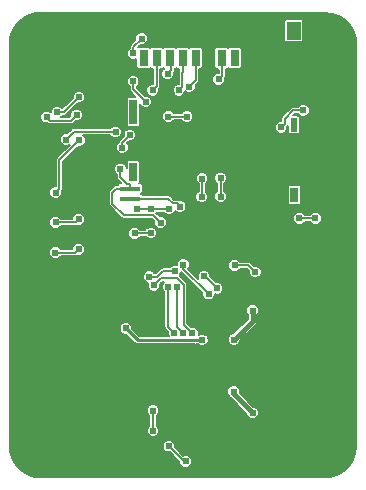
<source format=gbr>
G04 #@! TF.GenerationSoftware,KiCad,Pcbnew,5.0.0-fee4fd1~66~ubuntu16.04.1*
G04 #@! TF.CreationDate,2019-03-22T18:21:00-04:00*
G04 #@! TF.ProjectId,circuit,636972637569742E6B696361645F7063,rev?*
G04 #@! TF.SameCoordinates,Original*
G04 #@! TF.FileFunction,Copper,L2,Bot,Signal*
G04 #@! TF.FilePolarity,Positive*
%FSLAX46Y46*%
G04 Gerber Fmt 4.6, Leading zero omitted, Abs format (unit mm)*
G04 Created by KiCad (PCBNEW 5.0.0-fee4fd1~66~ubuntu16.04.1) date Fri Mar 22 18:21:00 2019*
%MOMM*%
%LPD*%
G01*
G04 APERTURE LIST*
G04 #@! TA.AperFunction,SMDPad,CuDef*
%ADD10R,1.700000X0.450000*%
G04 #@! TD*
G04 #@! TA.AperFunction,SMDPad,CuDef*
%ADD11R,0.650000X2.140000*%
G04 #@! TD*
G04 #@! TA.AperFunction,SMDPad,CuDef*
%ADD12R,0.650000X1.600000*%
G04 #@! TD*
G04 #@! TA.AperFunction,SMDPad,CuDef*
%ADD13R,0.650000X1.300000*%
G04 #@! TD*
G04 #@! TA.AperFunction,SMDPad,CuDef*
%ADD14R,0.600000X1.150000*%
G04 #@! TD*
G04 #@! TA.AperFunction,SMDPad,CuDef*
%ADD15R,1.160000X1.500000*%
G04 #@! TD*
G04 #@! TA.AperFunction,SMDPad,CuDef*
%ADD16R,0.800000X1.400000*%
G04 #@! TD*
G04 #@! TA.AperFunction,ComponentPad*
%ADD17O,1.200000X1.900000*%
G04 #@! TD*
G04 #@! TA.AperFunction,ComponentPad*
%ADD18C,1.450000*%
G04 #@! TD*
G04 #@! TA.AperFunction,ViaPad*
%ADD19C,0.609600*%
G04 #@! TD*
G04 #@! TA.AperFunction,Conductor*
%ADD20C,0.152400*%
G04 #@! TD*
G04 #@! TA.AperFunction,Conductor*
%ADD21C,0.381000*%
G04 #@! TD*
G04 #@! TA.AperFunction,Conductor*
%ADD22C,0.254000*%
G04 #@! TD*
G04 APERTURE END LIST*
D10*
G04 #@! TO.P,SD1,10*
G04 #@! TO.N,/cardIN*
X193680000Y-89805000D03*
D11*
G04 #@! TO.P,SD1,*
G04 #@! TO.N,*
X193940000Y-83320000D03*
D12*
X193940000Y-88400000D03*
D10*
G04 #@! TO.P,SD1,9*
G04 #@! TO.N,VCC*
X193680000Y-90665000D03*
D13*
G04 #@! TO.P,SD1,*
G04 #@! TO.N,*
X207565000Y-90340000D03*
D14*
X207540000Y-84415000D03*
D15*
X207540000Y-76440000D03*
D16*
G04 #@! TO.P,SD1,1*
G04 #@! TO.N,Net-(SD1-Pad1)*
X194820000Y-78740000D03*
G04 #@! TO.P,SD1,2*
G04 #@! TO.N,/SD_CS_3V*
X195920000Y-78740000D03*
G04 #@! TO.P,SD1,3*
G04 #@! TO.N,/MOSI_3V*
X197020000Y-78740000D03*
G04 #@! TO.P,SD1,8*
G04 #@! TO.N,Net-(SD1-Pad8)*
X202520000Y-78740000D03*
G04 #@! TO.P,SD1,7*
G04 #@! TO.N,/MISO_3V*
X201420000Y-78740000D03*
G04 #@! TO.P,SD1,6*
G04 #@! TO.N,GND*
X200320000Y-78740000D03*
G04 #@! TO.P,SD1,5*
G04 #@! TO.N,/SCK_3V*
X199220000Y-78740000D03*
G04 #@! TO.P,SD1,4*
G04 #@! TO.N,VCC*
X198120000Y-78740000D03*
G04 #@! TD*
D17*
G04 #@! TO.P,U5,6*
G04 #@! TO.N,GND*
X185850000Y-76080000D03*
X192850000Y-76080000D03*
D18*
X186850000Y-78780000D03*
X191850000Y-78780000D03*
G04 #@! TD*
D19*
G04 #@! TO.N,GND*
X211541360Y-87198200D03*
X209702280Y-98381200D03*
X210387800Y-109677280D03*
X197093720Y-104553400D03*
X200460000Y-76990000D03*
X207720000Y-107270000D03*
X207730000Y-104940000D03*
X190370000Y-108120000D03*
X186050000Y-109470000D03*
X193260000Y-106270000D03*
X185900000Y-97510000D03*
X202400000Y-81720000D03*
X203400000Y-81020000D03*
X203340000Y-82730000D03*
X202430000Y-83650000D03*
X199810000Y-84730000D03*
X206462300Y-85809506D03*
X198290000Y-93790000D03*
X210790000Y-89330000D03*
X184310000Y-79700000D03*
X184290000Y-83340000D03*
X211960000Y-107910000D03*
X211980000Y-101920000D03*
X211960000Y-95750000D03*
X184520000Y-108110000D03*
X184520000Y-102010000D03*
G04 #@! TO.N,/Battery+*
X202450000Y-107000000D03*
X204040000Y-108790000D03*
X204040000Y-100140000D03*
X202470000Y-102590000D03*
X199779940Y-102612792D03*
X193310000Y-101640000D03*
G04 #@! TO.N,/P_LED_1*
X195610000Y-108600000D03*
X195620000Y-110320000D03*
X196950000Y-111612300D03*
X198380000Y-112907700D03*
G04 #@! TO.N,/RESET*
X198944868Y-102037950D03*
X195690000Y-97990000D03*
G04 #@! TO.N,/cardIN*
X200323324Y-98743324D03*
X198170000Y-96236600D03*
X196266409Y-92690000D03*
X192850000Y-88140000D03*
X193004902Y-86336723D03*
X193650000Y-85260000D03*
X196920000Y-83700000D03*
X198490000Y-83720000D03*
X194998237Y-82458237D03*
X193932296Y-80722296D03*
X193930000Y-78364200D03*
X194660000Y-77100000D03*
G04 #@! TO.N,VCC*
X199770000Y-88956600D03*
X199740000Y-90510000D03*
X201340000Y-88910000D03*
X201350000Y-90480000D03*
X197913164Y-91343164D03*
X188254431Y-85650000D03*
X192438237Y-85018237D03*
X197800000Y-81474810D03*
X206462300Y-84612956D03*
X208330000Y-83170000D03*
G04 #@! TO.N,/SCL_3V*
X194260000Y-91540000D03*
X195428210Y-91530000D03*
X196970993Y-91530993D03*
G04 #@! TO.N,Net-(R9-Pad2)*
X202530000Y-96296600D03*
X204265406Y-96876600D03*
G04 #@! TO.N,/SDA_3V*
X194056600Y-93590000D03*
X195428210Y-93560000D03*
G04 #@! TO.N,Net-(R11-Pad1)*
X209360000Y-92330000D03*
X208010000Y-92330000D03*
G04 #@! TO.N,/SCK_3V*
X187340000Y-95230000D03*
X189321231Y-94950000D03*
X198680000Y-81170000D03*
G04 #@! TO.N,/MISO_3V*
X187360000Y-92670000D03*
X189321231Y-92400000D03*
X201160000Y-80550000D03*
G04 #@! TO.N,/MOSI_3V*
X196840000Y-80103199D03*
X187380000Y-90140000D03*
X189372829Y-85712829D03*
G04 #@! TO.N,/SD_CS_3V*
X195592704Y-81474810D03*
G04 #@! TO.N,/SD_CS*
X201040000Y-98248210D03*
X199928449Y-97198449D03*
X197480000Y-96780000D03*
X195279529Y-97270471D03*
G04 #@! TO.N,/MISO*
X187486129Y-83319529D03*
X189350000Y-82043400D03*
G04 #@! TO.N,/SCK*
X186607829Y-83757829D03*
X189140000Y-83570000D03*
G04 #@! TO.N,/SDA*
X197420000Y-102050000D03*
X196880000Y-98116600D03*
G04 #@! TO.N,/SCL*
X198183152Y-102058809D03*
X197641206Y-98151427D03*
G04 #@! TD*
D20*
G04 #@! TO.N,GND*
X202700000Y-81720000D02*
X203400000Y-81020000D01*
X202400000Y-81720000D02*
X202700000Y-81720000D01*
X203340000Y-82740000D02*
X202430000Y-83650000D01*
X203340000Y-82730000D02*
X203340000Y-82740000D01*
D21*
X184310000Y-83320000D02*
X184290000Y-83340000D01*
X184310000Y-79700000D02*
X184310000Y-83320000D01*
X211960000Y-101940000D02*
X211980000Y-101920000D01*
X211960000Y-107910000D02*
X211960000Y-101940000D01*
X184520000Y-108110000D02*
X184520000Y-102010000D01*
G04 #@! TO.N,/Battery+*
X202450000Y-107200000D02*
X204040000Y-108790000D01*
X202450000Y-107000000D02*
X202450000Y-107200000D01*
X204040000Y-101020000D02*
X202470000Y-102590000D01*
X204040000Y-100140000D02*
X204040000Y-101020000D01*
D22*
X199204426Y-102643010D02*
X194313010Y-102643010D01*
X199779940Y-102612792D02*
X199234644Y-102612792D01*
X199234644Y-102612792D02*
X199204426Y-102643010D01*
X194313010Y-102643010D02*
X193310000Y-101640000D01*
D20*
G04 #@! TO.N,/P_LED_1*
X195610000Y-110310000D02*
X195620000Y-110320000D01*
X195610000Y-108600000D02*
X195610000Y-110310000D01*
X198245400Y-112907700D02*
X198380000Y-112907700D01*
X196950000Y-111612300D02*
X198245400Y-112907700D01*
G04 #@! TO.N,/RESET*
X198944868Y-102037950D02*
X198220000Y-101313082D01*
X198220000Y-97940787D02*
X197659213Y-97380000D01*
X198220000Y-101313082D02*
X198220000Y-97940787D01*
X196300000Y-97380000D02*
X195690000Y-97990000D01*
X197659213Y-97380000D02*
X196300000Y-97380000D01*
G04 #@! TO.N,/cardIN*
X198170000Y-96590000D02*
X198170000Y-96236600D01*
X200323324Y-98743324D02*
X198170000Y-96590000D01*
X195649810Y-92073401D02*
X193173401Y-92073401D01*
X196266409Y-92690000D02*
X195649810Y-92073401D01*
X193173401Y-92073401D02*
X192170000Y-91070000D01*
X192170000Y-91070000D02*
X192170000Y-90150000D01*
X192515000Y-89805000D02*
X193680000Y-89805000D01*
X192170000Y-90150000D02*
X192515000Y-89805000D01*
X193680000Y-89805000D02*
X193680000Y-89428601D01*
X193680000Y-89428601D02*
X193432119Y-89428601D01*
X193432119Y-89428601D02*
X192850000Y-88846482D01*
X192850000Y-88846482D02*
X192850000Y-88140000D01*
X193004902Y-85905098D02*
X193650000Y-85260000D01*
X193004902Y-86336723D02*
X193004902Y-85905098D01*
X198470000Y-83700000D02*
X198490000Y-83720000D01*
X196920000Y-83700000D02*
X198470000Y-83700000D01*
X193932296Y-81392296D02*
X193932296Y-80722296D01*
X194998237Y-82458237D02*
X193932296Y-81392296D01*
X193930000Y-77830000D02*
X194660000Y-77100000D01*
X193930000Y-78364200D02*
X193930000Y-77830000D01*
G04 #@! TO.N,VCC*
X199770000Y-90480000D02*
X199740000Y-90510000D01*
X199770000Y-88956600D02*
X199770000Y-90480000D01*
X201340000Y-90470000D02*
X201350000Y-90480000D01*
X201340000Y-88910000D02*
X201340000Y-90470000D01*
X194682400Y-90665000D02*
X193680000Y-90665000D01*
X196894434Y-90665000D02*
X194682400Y-90665000D01*
X197267799Y-91038365D02*
X196894434Y-90665000D01*
X197608365Y-91038365D02*
X197267799Y-91038365D01*
X197913164Y-91343164D02*
X197608365Y-91038365D01*
X188254431Y-85650000D02*
X188904431Y-85000000D01*
X192420000Y-85000000D02*
X192438237Y-85018237D01*
X188904431Y-85000000D02*
X192420000Y-85000000D01*
X198104799Y-81170011D02*
X198104799Y-79914799D01*
X197800000Y-81474810D02*
X198104799Y-81170011D01*
X198120000Y-79899598D02*
X198120000Y-78740000D01*
X198104799Y-79914799D02*
X198120000Y-79899598D01*
X206767099Y-83901419D02*
X207498518Y-83170000D01*
X206462300Y-84612956D02*
X206767099Y-84308157D01*
X206767099Y-84308157D02*
X206767099Y-83901419D01*
X207498518Y-83170000D02*
X208330000Y-83170000D01*
G04 #@! TO.N,/SCL_3V*
X195418210Y-91540000D02*
X195428210Y-91530000D01*
X194260000Y-91540000D02*
X195418210Y-91540000D01*
X196970000Y-91530000D02*
X196970993Y-91530993D01*
X195428210Y-91530000D02*
X196970000Y-91530000D01*
G04 #@! TO.N,Net-(R9-Pad2)*
X203685406Y-96296600D02*
X204265406Y-96876600D01*
X202530000Y-96296600D02*
X203685406Y-96296600D01*
G04 #@! TO.N,/SDA_3V*
X195398210Y-93590000D02*
X195428210Y-93560000D01*
X194056600Y-93590000D02*
X195398210Y-93590000D01*
G04 #@! TO.N,Net-(R11-Pad1)*
X209360000Y-92330000D02*
X208010000Y-92330000D01*
G04 #@! TO.N,/SCK_3V*
X189041231Y-95230000D02*
X189321231Y-94950000D01*
X187340000Y-95230000D02*
X189041231Y-95230000D01*
X199220000Y-80630000D02*
X199220000Y-78740000D01*
X198680000Y-81170000D02*
X199220000Y-80630000D01*
G04 #@! TO.N,/MISO_3V*
X201160000Y-80550000D02*
X201464799Y-80245201D01*
X201160000Y-80550000D02*
X201480000Y-80230000D01*
X201420000Y-79592400D02*
X201420000Y-78740000D01*
X201480000Y-79620000D02*
X201470000Y-79610000D01*
X201437600Y-79610000D02*
X201420000Y-79592400D01*
X201480000Y-80230000D02*
X201480000Y-79620000D01*
X201470000Y-79610000D02*
X201437600Y-79610000D01*
X189051231Y-92670000D02*
X189321231Y-92400000D01*
X187360000Y-92670000D02*
X189051231Y-92670000D01*
G04 #@! TO.N,/MOSI_3V*
X197150000Y-78870000D02*
X197020000Y-78740000D01*
X197144799Y-79798400D02*
X197144799Y-79614799D01*
X196840000Y-80103199D02*
X197144799Y-79798400D01*
X197144799Y-79614799D02*
X197150000Y-79609598D01*
X197150000Y-79609598D02*
X197150000Y-78870000D01*
X187684799Y-89835201D02*
X187684799Y-87695201D01*
X187380000Y-90140000D02*
X187684799Y-89835201D01*
X187684799Y-87695201D02*
X187684799Y-87465201D01*
X187684799Y-87400859D02*
X189372829Y-85712829D01*
X187684799Y-87465201D02*
X187684799Y-87400859D01*
G04 #@! TO.N,/SD_CS_3V*
X195920000Y-81147514D02*
X195920000Y-78740000D01*
X195592704Y-81474810D02*
X195920000Y-81147514D01*
G04 #@! TO.N,/SD_CS*
X199990239Y-97198449D02*
X199928449Y-97198449D01*
X201040000Y-98248210D02*
X199990239Y-97198449D01*
X195978463Y-97270471D02*
X195279529Y-97270471D01*
X196468934Y-96780000D02*
X195978463Y-97270471D01*
X197480000Y-96780000D02*
X196468934Y-96780000D01*
G04 #@! TO.N,/MISO*
X188073871Y-83319529D02*
X188583400Y-82810000D01*
X187486129Y-83319529D02*
X188073871Y-83319529D01*
X188583400Y-82810000D02*
X189350000Y-82043400D01*
G04 #@! TO.N,/SCK*
X188647372Y-84062628D02*
X189140000Y-83570000D01*
X186912628Y-84062628D02*
X188647372Y-84062628D01*
X186607829Y-83757829D02*
X186912628Y-84062628D01*
G04 #@! TO.N,/SDA*
X196880000Y-101510000D02*
X196880000Y-98116600D01*
X197420000Y-102050000D02*
X196880000Y-101510000D01*
G04 #@! TO.N,/SCL*
X197641206Y-101516863D02*
X197641206Y-98151427D01*
X198183152Y-102058809D02*
X197641206Y-101516863D01*
G04 #@! TD*
G04 #@! TO.N,GND*
G36*
X210757442Y-74989169D02*
X211338545Y-75200100D01*
X211855543Y-75539059D01*
X212280691Y-75987854D01*
X212591193Y-76522423D01*
X212771694Y-77118388D01*
X212814801Y-77601399D01*
X212814800Y-111567665D01*
X212740985Y-112200796D01*
X212530054Y-112781901D01*
X212191097Y-113298895D01*
X211742301Y-113724044D01*
X211207731Y-114034547D01*
X210611764Y-114215048D01*
X210128766Y-114258154D01*
X186162489Y-114258154D01*
X185529358Y-114184339D01*
X184948253Y-113973408D01*
X184431259Y-113634451D01*
X184006110Y-113185655D01*
X183695607Y-112651085D01*
X183515106Y-112055118D01*
X183472000Y-111572120D01*
X183472000Y-111506200D01*
X196416600Y-111506200D01*
X196416600Y-111718400D01*
X196497805Y-111914447D01*
X196647853Y-112064495D01*
X196843900Y-112145700D01*
X197052348Y-112145700D01*
X197846600Y-112939952D01*
X197846600Y-113013800D01*
X197927805Y-113209847D01*
X198077853Y-113359895D01*
X198273900Y-113441100D01*
X198486100Y-113441100D01*
X198682147Y-113359895D01*
X198832195Y-113209847D01*
X198913400Y-113013800D01*
X198913400Y-112801600D01*
X198832195Y-112605553D01*
X198682147Y-112455505D01*
X198486100Y-112374300D01*
X198273900Y-112374300D01*
X198181376Y-112412624D01*
X197483400Y-111714648D01*
X197483400Y-111506200D01*
X197402195Y-111310153D01*
X197252147Y-111160105D01*
X197056100Y-111078900D01*
X196843900Y-111078900D01*
X196647853Y-111160105D01*
X196497805Y-111310153D01*
X196416600Y-111506200D01*
X183472000Y-111506200D01*
X183472000Y-108493900D01*
X195076600Y-108493900D01*
X195076600Y-108706100D01*
X195157805Y-108902147D01*
X195305200Y-109049542D01*
X195305201Y-109880457D01*
X195167805Y-110017853D01*
X195086600Y-110213900D01*
X195086600Y-110426100D01*
X195167805Y-110622147D01*
X195317853Y-110772195D01*
X195513900Y-110853400D01*
X195726100Y-110853400D01*
X195922147Y-110772195D01*
X196072195Y-110622147D01*
X196153400Y-110426100D01*
X196153400Y-110213900D01*
X196072195Y-110017853D01*
X195922147Y-109867805D01*
X195914800Y-109864762D01*
X195914800Y-109049542D01*
X196062195Y-108902147D01*
X196143400Y-108706100D01*
X196143400Y-108493900D01*
X196062195Y-108297853D01*
X195912147Y-108147805D01*
X195716100Y-108066600D01*
X195503900Y-108066600D01*
X195307853Y-108147805D01*
X195157805Y-108297853D01*
X195076600Y-108493900D01*
X183472000Y-108493900D01*
X183472000Y-106893900D01*
X201916600Y-106893900D01*
X201916600Y-107106100D01*
X201997805Y-107302147D01*
X202054232Y-107358574D01*
X202055217Y-107363524D01*
X202147847Y-107502154D01*
X202182838Y-107525534D01*
X203506600Y-108849297D01*
X203506600Y-108896100D01*
X203587805Y-109092147D01*
X203737853Y-109242195D01*
X203933900Y-109323400D01*
X204146100Y-109323400D01*
X204342147Y-109242195D01*
X204492195Y-109092147D01*
X204573400Y-108896100D01*
X204573400Y-108683900D01*
X204492195Y-108487853D01*
X204342147Y-108337805D01*
X204146100Y-108256600D01*
X204099297Y-108256600D01*
X202973265Y-107130569D01*
X202983400Y-107106100D01*
X202983400Y-106893900D01*
X202902195Y-106697853D01*
X202752147Y-106547805D01*
X202556100Y-106466600D01*
X202343900Y-106466600D01*
X202147853Y-106547805D01*
X201997805Y-106697853D01*
X201916600Y-106893900D01*
X183472000Y-106893900D01*
X183472000Y-101533900D01*
X192776600Y-101533900D01*
X192776600Y-101746100D01*
X192857805Y-101942147D01*
X193007853Y-102092195D01*
X193203900Y-102173400D01*
X193340506Y-102173400D01*
X194036799Y-102869693D01*
X194056637Y-102899383D01*
X194174262Y-102977977D01*
X194277990Y-102998610D01*
X194277994Y-102998610D01*
X194313009Y-103005575D01*
X194348024Y-102998610D01*
X199169406Y-102998610D01*
X199204426Y-103005576D01*
X199239446Y-102998610D01*
X199343174Y-102977977D01*
X199357519Y-102968392D01*
X199381198Y-102968392D01*
X199477793Y-103064987D01*
X199673840Y-103146192D01*
X199886040Y-103146192D01*
X200082087Y-103064987D01*
X200232135Y-102914939D01*
X200313340Y-102718892D01*
X200313340Y-102506692D01*
X200303900Y-102483900D01*
X201936600Y-102483900D01*
X201936600Y-102696100D01*
X202017805Y-102892147D01*
X202167853Y-103042195D01*
X202363900Y-103123400D01*
X202576100Y-103123400D01*
X202772147Y-103042195D01*
X202922195Y-102892147D01*
X203003400Y-102696100D01*
X203003400Y-102649296D01*
X204307163Y-101345534D01*
X204342154Y-101322154D01*
X204434783Y-101183524D01*
X204459100Y-101061274D01*
X204467310Y-101020001D01*
X204459100Y-100978728D01*
X204459100Y-100475242D01*
X204492195Y-100442147D01*
X204573400Y-100246100D01*
X204573400Y-100033900D01*
X204492195Y-99837853D01*
X204342147Y-99687805D01*
X204146100Y-99606600D01*
X203933900Y-99606600D01*
X203737853Y-99687805D01*
X203587805Y-99837853D01*
X203506600Y-100033900D01*
X203506600Y-100246100D01*
X203587805Y-100442147D01*
X203620900Y-100475242D01*
X203620901Y-100846402D01*
X202410704Y-102056600D01*
X202363900Y-102056600D01*
X202167853Y-102137805D01*
X202017805Y-102287853D01*
X201936600Y-102483900D01*
X200303900Y-102483900D01*
X200232135Y-102310645D01*
X200082087Y-102160597D01*
X199886040Y-102079392D01*
X199673840Y-102079392D01*
X199477793Y-102160597D01*
X199466903Y-102171487D01*
X199478268Y-102144050D01*
X199478268Y-101931850D01*
X199397063Y-101735803D01*
X199247015Y-101585755D01*
X199050968Y-101504550D01*
X198842520Y-101504550D01*
X198524800Y-101186830D01*
X198524800Y-97970802D01*
X198530770Y-97940787D01*
X198524800Y-97910772D01*
X198524800Y-97910769D01*
X198507115Y-97821860D01*
X198439748Y-97721039D01*
X198414300Y-97704035D01*
X197895965Y-97185700D01*
X197878961Y-97160252D01*
X197864052Y-97150290D01*
X197932195Y-97082147D01*
X198013400Y-96886100D01*
X198013400Y-96864452D01*
X199789924Y-98640977D01*
X199789924Y-98849424D01*
X199871129Y-99045471D01*
X200021177Y-99195519D01*
X200217224Y-99276724D01*
X200429424Y-99276724D01*
X200625471Y-99195519D01*
X200775519Y-99045471D01*
X200856724Y-98849424D01*
X200856724Y-98749643D01*
X200933900Y-98781610D01*
X201146100Y-98781610D01*
X201342147Y-98700405D01*
X201492195Y-98550357D01*
X201573400Y-98354310D01*
X201573400Y-98142110D01*
X201492195Y-97946063D01*
X201342147Y-97796015D01*
X201146100Y-97714810D01*
X200937652Y-97714810D01*
X200461849Y-97239007D01*
X200461849Y-97092349D01*
X200380644Y-96896302D01*
X200230596Y-96746254D01*
X200034549Y-96665049D01*
X199822349Y-96665049D01*
X199626302Y-96746254D01*
X199476254Y-96896302D01*
X199395049Y-97092349D01*
X199395049Y-97304549D01*
X199451226Y-97440174D01*
X198585997Y-96574945D01*
X198622195Y-96538747D01*
X198703400Y-96342700D01*
X198703400Y-96190500D01*
X201996600Y-96190500D01*
X201996600Y-96402700D01*
X202077805Y-96598747D01*
X202227853Y-96748795D01*
X202423900Y-96830000D01*
X202636100Y-96830000D01*
X202832147Y-96748795D01*
X202979542Y-96601400D01*
X203559154Y-96601400D01*
X203732006Y-96774252D01*
X203732006Y-96982700D01*
X203813211Y-97178747D01*
X203963259Y-97328795D01*
X204159306Y-97410000D01*
X204371506Y-97410000D01*
X204567553Y-97328795D01*
X204717601Y-97178747D01*
X204798806Y-96982700D01*
X204798806Y-96770500D01*
X204717601Y-96574453D01*
X204567553Y-96424405D01*
X204371506Y-96343200D01*
X204163058Y-96343200D01*
X203922158Y-96102300D01*
X203905154Y-96076852D01*
X203804333Y-96009485D01*
X203715424Y-95991800D01*
X203715420Y-95991800D01*
X203685406Y-95985830D01*
X203655392Y-95991800D01*
X202979542Y-95991800D01*
X202832147Y-95844405D01*
X202636100Y-95763200D01*
X202423900Y-95763200D01*
X202227853Y-95844405D01*
X202077805Y-95994453D01*
X201996600Y-96190500D01*
X198703400Y-96190500D01*
X198703400Y-96130500D01*
X198622195Y-95934453D01*
X198472147Y-95784405D01*
X198276100Y-95703200D01*
X198063900Y-95703200D01*
X197867853Y-95784405D01*
X197717805Y-95934453D01*
X197636600Y-96130500D01*
X197636600Y-96267518D01*
X197586100Y-96246600D01*
X197373900Y-96246600D01*
X197177853Y-96327805D01*
X197030458Y-96475200D01*
X196498949Y-96475200D01*
X196468934Y-96469230D01*
X196438919Y-96475200D01*
X196438916Y-96475200D01*
X196350007Y-96492885D01*
X196274633Y-96543248D01*
X196274631Y-96543250D01*
X196249186Y-96560252D01*
X196232184Y-96585697D01*
X195852211Y-96965671D01*
X195729071Y-96965671D01*
X195581676Y-96818276D01*
X195385629Y-96737071D01*
X195173429Y-96737071D01*
X194977382Y-96818276D01*
X194827334Y-96968324D01*
X194746129Y-97164371D01*
X194746129Y-97376571D01*
X194827334Y-97572618D01*
X194977382Y-97722666D01*
X195173429Y-97803871D01*
X195189749Y-97803871D01*
X195156600Y-97883900D01*
X195156600Y-98096100D01*
X195237805Y-98292147D01*
X195387853Y-98442195D01*
X195583900Y-98523400D01*
X195796100Y-98523400D01*
X195992147Y-98442195D01*
X196142195Y-98292147D01*
X196223400Y-98096100D01*
X196223400Y-97887652D01*
X196426252Y-97684800D01*
X196557458Y-97684800D01*
X196427805Y-97814453D01*
X196346600Y-98010500D01*
X196346600Y-98222700D01*
X196427805Y-98418747D01*
X196575201Y-98566143D01*
X196575200Y-101479986D01*
X196569230Y-101510000D01*
X196575200Y-101540014D01*
X196575200Y-101540017D01*
X196592885Y-101628926D01*
X196660252Y-101729748D01*
X196685700Y-101746752D01*
X196886600Y-101947652D01*
X196886600Y-102156100D01*
X196940990Y-102287410D01*
X194460304Y-102287410D01*
X193843400Y-101670506D01*
X193843400Y-101533900D01*
X193762195Y-101337853D01*
X193612147Y-101187805D01*
X193416100Y-101106600D01*
X193203900Y-101106600D01*
X193007853Y-101187805D01*
X192857805Y-101337853D01*
X192776600Y-101533900D01*
X183472000Y-101533900D01*
X183472000Y-95123900D01*
X186806600Y-95123900D01*
X186806600Y-95336100D01*
X186887805Y-95532147D01*
X187037853Y-95682195D01*
X187233900Y-95763400D01*
X187446100Y-95763400D01*
X187642147Y-95682195D01*
X187789542Y-95534800D01*
X189011217Y-95534800D01*
X189041231Y-95540770D01*
X189071245Y-95534800D01*
X189071249Y-95534800D01*
X189160158Y-95517115D01*
X189212344Y-95482245D01*
X189215131Y-95483400D01*
X189427331Y-95483400D01*
X189623378Y-95402195D01*
X189773426Y-95252147D01*
X189854631Y-95056100D01*
X189854631Y-94843900D01*
X189773426Y-94647853D01*
X189623378Y-94497805D01*
X189427331Y-94416600D01*
X189215131Y-94416600D01*
X189019084Y-94497805D01*
X188869036Y-94647853D01*
X188787831Y-94843900D01*
X188787831Y-94925200D01*
X187789542Y-94925200D01*
X187642147Y-94777805D01*
X187446100Y-94696600D01*
X187233900Y-94696600D01*
X187037853Y-94777805D01*
X186887805Y-94927853D01*
X186806600Y-95123900D01*
X183472000Y-95123900D01*
X183472000Y-93483900D01*
X193523200Y-93483900D01*
X193523200Y-93696100D01*
X193604405Y-93892147D01*
X193754453Y-94042195D01*
X193950500Y-94123400D01*
X194162700Y-94123400D01*
X194358747Y-94042195D01*
X194506142Y-93894800D01*
X195008668Y-93894800D01*
X195126063Y-94012195D01*
X195322110Y-94093400D01*
X195534310Y-94093400D01*
X195730357Y-94012195D01*
X195880405Y-93862147D01*
X195961610Y-93666100D01*
X195961610Y-93453900D01*
X195880405Y-93257853D01*
X195730357Y-93107805D01*
X195534310Y-93026600D01*
X195322110Y-93026600D01*
X195126063Y-93107805D01*
X194976015Y-93257853D01*
X194964688Y-93285200D01*
X194506142Y-93285200D01*
X194358747Y-93137805D01*
X194162700Y-93056600D01*
X193950500Y-93056600D01*
X193754453Y-93137805D01*
X193604405Y-93287853D01*
X193523200Y-93483900D01*
X183472000Y-93483900D01*
X183472000Y-92563900D01*
X186826600Y-92563900D01*
X186826600Y-92776100D01*
X186907805Y-92972147D01*
X187057853Y-93122195D01*
X187253900Y-93203400D01*
X187466100Y-93203400D01*
X187662147Y-93122195D01*
X187809542Y-92974800D01*
X189021217Y-92974800D01*
X189051231Y-92980770D01*
X189081245Y-92974800D01*
X189081249Y-92974800D01*
X189170158Y-92957115D01*
X189209278Y-92930976D01*
X189215131Y-92933400D01*
X189427331Y-92933400D01*
X189623378Y-92852195D01*
X189773426Y-92702147D01*
X189854631Y-92506100D01*
X189854631Y-92293900D01*
X189773426Y-92097853D01*
X189623378Y-91947805D01*
X189427331Y-91866600D01*
X189215131Y-91866600D01*
X189019084Y-91947805D01*
X188869036Y-92097853D01*
X188787831Y-92293900D01*
X188787831Y-92365200D01*
X187809542Y-92365200D01*
X187662147Y-92217805D01*
X187466100Y-92136600D01*
X187253900Y-92136600D01*
X187057853Y-92217805D01*
X186907805Y-92367853D01*
X186826600Y-92563900D01*
X183472000Y-92563900D01*
X183472000Y-90033900D01*
X186846600Y-90033900D01*
X186846600Y-90246100D01*
X186927805Y-90442147D01*
X187077853Y-90592195D01*
X187273900Y-90673400D01*
X187486100Y-90673400D01*
X187682147Y-90592195D01*
X187832195Y-90442147D01*
X187913400Y-90246100D01*
X187913400Y-90150000D01*
X191859230Y-90150000D01*
X191865201Y-90180019D01*
X191865200Y-91039985D01*
X191859230Y-91070000D01*
X191865200Y-91100014D01*
X191865200Y-91100017D01*
X191882885Y-91188926D01*
X191950252Y-91289748D01*
X191975700Y-91306752D01*
X192936649Y-92267701D01*
X192953653Y-92293149D01*
X193054474Y-92360516D01*
X193143383Y-92378201D01*
X193143387Y-92378201D01*
X193173400Y-92384171D01*
X193203413Y-92378201D01*
X195523558Y-92378201D01*
X195733009Y-92587652D01*
X195733009Y-92796100D01*
X195814214Y-92992147D01*
X195964262Y-93142195D01*
X196160309Y-93223400D01*
X196372509Y-93223400D01*
X196568556Y-93142195D01*
X196718604Y-92992147D01*
X196799809Y-92796100D01*
X196799809Y-92583900D01*
X196718604Y-92387853D01*
X196568556Y-92237805D01*
X196534987Y-92223900D01*
X207476600Y-92223900D01*
X207476600Y-92436100D01*
X207557805Y-92632147D01*
X207707853Y-92782195D01*
X207903900Y-92863400D01*
X208116100Y-92863400D01*
X208312147Y-92782195D01*
X208459542Y-92634800D01*
X208910458Y-92634800D01*
X209057853Y-92782195D01*
X209253900Y-92863400D01*
X209466100Y-92863400D01*
X209662147Y-92782195D01*
X209812195Y-92632147D01*
X209893400Y-92436100D01*
X209893400Y-92223900D01*
X209812195Y-92027853D01*
X209662147Y-91877805D01*
X209466100Y-91796600D01*
X209253900Y-91796600D01*
X209057853Y-91877805D01*
X208910458Y-92025200D01*
X208459542Y-92025200D01*
X208312147Y-91877805D01*
X208116100Y-91796600D01*
X207903900Y-91796600D01*
X207707853Y-91877805D01*
X207557805Y-92027853D01*
X207476600Y-92223900D01*
X196534987Y-92223900D01*
X196372509Y-92156600D01*
X196164061Y-92156600D01*
X195886561Y-91879100D01*
X195869558Y-91853653D01*
X195863168Y-91849384D01*
X195877752Y-91834800D01*
X196520458Y-91834800D01*
X196668846Y-91983188D01*
X196864893Y-92064393D01*
X197077093Y-92064393D01*
X197273140Y-91983188D01*
X197423188Y-91833140D01*
X197489267Y-91673609D01*
X197611017Y-91795359D01*
X197807064Y-91876564D01*
X198019264Y-91876564D01*
X198215311Y-91795359D01*
X198365359Y-91645311D01*
X198446564Y-91449264D01*
X198446564Y-91237064D01*
X198365359Y-91041017D01*
X198215311Y-90890969D01*
X198019264Y-90809764D01*
X197814864Y-90809764D01*
X197727292Y-90751250D01*
X197638383Y-90733565D01*
X197638379Y-90733565D01*
X197608365Y-90727595D01*
X197578351Y-90733565D01*
X197394052Y-90733565D01*
X197131186Y-90470700D01*
X197114182Y-90445252D01*
X197052295Y-90403900D01*
X199206600Y-90403900D01*
X199206600Y-90616100D01*
X199287805Y-90812147D01*
X199437853Y-90962195D01*
X199633900Y-91043400D01*
X199846100Y-91043400D01*
X200042147Y-90962195D01*
X200192195Y-90812147D01*
X200273400Y-90616100D01*
X200273400Y-90403900D01*
X200192195Y-90207853D01*
X200074800Y-90090458D01*
X200074800Y-89406142D01*
X200222195Y-89258747D01*
X200303400Y-89062700D01*
X200303400Y-88850500D01*
X200284098Y-88803900D01*
X200806600Y-88803900D01*
X200806600Y-89016100D01*
X200887805Y-89212147D01*
X201035200Y-89359542D01*
X201035201Y-90040457D01*
X200897805Y-90177853D01*
X200816600Y-90373900D01*
X200816600Y-90586100D01*
X200897805Y-90782147D01*
X201047853Y-90932195D01*
X201243900Y-91013400D01*
X201456100Y-91013400D01*
X201652147Y-90932195D01*
X201802195Y-90782147D01*
X201883400Y-90586100D01*
X201883400Y-90373900D01*
X201802195Y-90177853D01*
X201652147Y-90027805D01*
X201644800Y-90024762D01*
X201644800Y-89690000D01*
X207006922Y-89690000D01*
X207006922Y-90990000D01*
X207024664Y-91079195D01*
X207075189Y-91154811D01*
X207150805Y-91205336D01*
X207240000Y-91223078D01*
X207890000Y-91223078D01*
X207979195Y-91205336D01*
X208054811Y-91154811D01*
X208105336Y-91079195D01*
X208123078Y-90990000D01*
X208123078Y-89690000D01*
X208105336Y-89600805D01*
X208054811Y-89525189D01*
X207979195Y-89474664D01*
X207890000Y-89456922D01*
X207240000Y-89456922D01*
X207150805Y-89474664D01*
X207075189Y-89525189D01*
X207024664Y-89600805D01*
X207006922Y-89690000D01*
X201644800Y-89690000D01*
X201644800Y-89359542D01*
X201792195Y-89212147D01*
X201873400Y-89016100D01*
X201873400Y-88803900D01*
X201792195Y-88607853D01*
X201642147Y-88457805D01*
X201446100Y-88376600D01*
X201233900Y-88376600D01*
X201037853Y-88457805D01*
X200887805Y-88607853D01*
X200806600Y-88803900D01*
X200284098Y-88803900D01*
X200222195Y-88654453D01*
X200072147Y-88504405D01*
X199876100Y-88423200D01*
X199663900Y-88423200D01*
X199467853Y-88504405D01*
X199317805Y-88654453D01*
X199236600Y-88850500D01*
X199236600Y-89062700D01*
X199317805Y-89258747D01*
X199465200Y-89406142D01*
X199465201Y-90046477D01*
X199437853Y-90057805D01*
X199287805Y-90207853D01*
X199206600Y-90403900D01*
X197052295Y-90403900D01*
X197013361Y-90377885D01*
X196924452Y-90360200D01*
X196924448Y-90360200D01*
X196894434Y-90354230D01*
X196864420Y-90360200D01*
X194747205Y-90360200D01*
X194745336Y-90350805D01*
X194694811Y-90275189D01*
X194634664Y-90235000D01*
X194694811Y-90194811D01*
X194745336Y-90119195D01*
X194763078Y-90030000D01*
X194763078Y-89580000D01*
X194745336Y-89490805D01*
X194694811Y-89415189D01*
X194619195Y-89364664D01*
X194530000Y-89346922D01*
X194441764Y-89346922D01*
X194480336Y-89289195D01*
X194498078Y-89200000D01*
X194498078Y-87600000D01*
X194480336Y-87510805D01*
X194429811Y-87435189D01*
X194354195Y-87384664D01*
X194265000Y-87366922D01*
X193615000Y-87366922D01*
X193525805Y-87384664D01*
X193450189Y-87435189D01*
X193399664Y-87510805D01*
X193381922Y-87600000D01*
X193381922Y-88030332D01*
X193302195Y-87837853D01*
X193152147Y-87687805D01*
X192956100Y-87606600D01*
X192743900Y-87606600D01*
X192547853Y-87687805D01*
X192397805Y-87837853D01*
X192316600Y-88033900D01*
X192316600Y-88246100D01*
X192397805Y-88442147D01*
X192545200Y-88589542D01*
X192545200Y-88816467D01*
X192539230Y-88846482D01*
X192545200Y-88876496D01*
X192545200Y-88876499D01*
X192562885Y-88965408D01*
X192630252Y-89066230D01*
X192655700Y-89083234D01*
X192919388Y-89346922D01*
X192830000Y-89346922D01*
X192740805Y-89364664D01*
X192665189Y-89415189D01*
X192614664Y-89490805D01*
X192612795Y-89500200D01*
X192545015Y-89500200D01*
X192515000Y-89494230D01*
X192484985Y-89500200D01*
X192484982Y-89500200D01*
X192396073Y-89517885D01*
X192295252Y-89585252D01*
X192278248Y-89610700D01*
X191975698Y-89913250D01*
X191950253Y-89930252D01*
X191933251Y-89955697D01*
X191933248Y-89955700D01*
X191882885Y-90031074D01*
X191859230Y-90150000D01*
X187913400Y-90150000D01*
X187913400Y-90041700D01*
X187921549Y-90029504D01*
X187921551Y-90029502D01*
X187971914Y-89954128D01*
X187977921Y-89923927D01*
X187989599Y-89865219D01*
X187989599Y-89865216D01*
X187995569Y-89835201D01*
X187989599Y-89805187D01*
X187989599Y-87527111D01*
X189270482Y-86246229D01*
X189478929Y-86246229D01*
X189516605Y-86230623D01*
X192471502Y-86230623D01*
X192471502Y-86442823D01*
X192552707Y-86638870D01*
X192702755Y-86788918D01*
X192898802Y-86870123D01*
X193111002Y-86870123D01*
X193307049Y-86788918D01*
X193457097Y-86638870D01*
X193538302Y-86442823D01*
X193538302Y-86230623D01*
X193457097Y-86034576D01*
X193381787Y-85959266D01*
X193547652Y-85793400D01*
X193756100Y-85793400D01*
X193952147Y-85712195D01*
X194102195Y-85562147D01*
X194183400Y-85366100D01*
X194183400Y-85153900D01*
X194102195Y-84957853D01*
X193952147Y-84807805D01*
X193756100Y-84726600D01*
X193543900Y-84726600D01*
X193347853Y-84807805D01*
X193197805Y-84957853D01*
X193116600Y-85153900D01*
X193116600Y-85362348D01*
X192810600Y-85668348D01*
X192785155Y-85685350D01*
X192768153Y-85710795D01*
X192768150Y-85710798D01*
X192717787Y-85786172D01*
X192708720Y-85831756D01*
X192700102Y-85875080D01*
X192700102Y-85875084D01*
X192697098Y-85890185D01*
X192552707Y-86034576D01*
X192471502Y-86230623D01*
X189516605Y-86230623D01*
X189674976Y-86165024D01*
X189825024Y-86014976D01*
X189906229Y-85818929D01*
X189906229Y-85606729D01*
X189825024Y-85410682D01*
X189719142Y-85304800D01*
X191979587Y-85304800D01*
X191986042Y-85320384D01*
X192136090Y-85470432D01*
X192332137Y-85551637D01*
X192544337Y-85551637D01*
X192740384Y-85470432D01*
X192890432Y-85320384D01*
X192971637Y-85124337D01*
X192971637Y-84912137D01*
X192890432Y-84716090D01*
X192740384Y-84566042D01*
X192544337Y-84484837D01*
X192332137Y-84484837D01*
X192136090Y-84566042D01*
X192006932Y-84695200D01*
X188934446Y-84695200D01*
X188904431Y-84689230D01*
X188874416Y-84695200D01*
X188874413Y-84695200D01*
X188785504Y-84712885D01*
X188710130Y-84763248D01*
X188710128Y-84763250D01*
X188684683Y-84780252D01*
X188667681Y-84805697D01*
X188356779Y-85116600D01*
X188148331Y-85116600D01*
X187952284Y-85197805D01*
X187802236Y-85347853D01*
X187721031Y-85543900D01*
X187721031Y-85756100D01*
X187802236Y-85952147D01*
X187952284Y-86102195D01*
X188148331Y-86183400D01*
X188360531Y-86183400D01*
X188549463Y-86105142D01*
X187490497Y-87164109D01*
X187465052Y-87181111D01*
X187448049Y-87206557D01*
X187448047Y-87206559D01*
X187422059Y-87245453D01*
X187397684Y-87281932D01*
X187379999Y-87370841D01*
X187379999Y-87370845D01*
X187374029Y-87400859D01*
X187379999Y-87430873D01*
X187379999Y-87725218D01*
X187380000Y-87725223D01*
X187379999Y-89606600D01*
X187273900Y-89606600D01*
X187077853Y-89687805D01*
X186927805Y-89837853D01*
X186846600Y-90033900D01*
X183472000Y-90033900D01*
X183472000Y-83651729D01*
X186074429Y-83651729D01*
X186074429Y-83863929D01*
X186155634Y-84059976D01*
X186305682Y-84210024D01*
X186501729Y-84291229D01*
X186706129Y-84291229D01*
X186718325Y-84299378D01*
X186718327Y-84299380D01*
X186776387Y-84338174D01*
X186793701Y-84349743D01*
X186882610Y-84367428D01*
X186882613Y-84367428D01*
X186912628Y-84373398D01*
X186942642Y-84367428D01*
X188617358Y-84367428D01*
X188647372Y-84373398D01*
X188677386Y-84367428D01*
X188677390Y-84367428D01*
X188766299Y-84349743D01*
X188867120Y-84282376D01*
X188884124Y-84256928D01*
X189037652Y-84103400D01*
X189246100Y-84103400D01*
X189442147Y-84022195D01*
X189592195Y-83872147D01*
X189673400Y-83676100D01*
X189673400Y-83463900D01*
X189592195Y-83267853D01*
X189442147Y-83117805D01*
X189246100Y-83036600D01*
X189033900Y-83036600D01*
X188837853Y-83117805D01*
X188687805Y-83267853D01*
X188606600Y-83463900D01*
X188606600Y-83672348D01*
X188521120Y-83757828D01*
X187802172Y-83757828D01*
X187935671Y-83624329D01*
X188043857Y-83624329D01*
X188073871Y-83630299D01*
X188103885Y-83624329D01*
X188103889Y-83624329D01*
X188192798Y-83606644D01*
X188293619Y-83539277D01*
X188310623Y-83513829D01*
X188820152Y-83004301D01*
X188820154Y-83004298D01*
X189247652Y-82576800D01*
X189456100Y-82576800D01*
X189652147Y-82495595D01*
X189802195Y-82345547D01*
X189841771Y-82250000D01*
X193381922Y-82250000D01*
X193381922Y-84390000D01*
X193399664Y-84479195D01*
X193450189Y-84554811D01*
X193525805Y-84605336D01*
X193615000Y-84623078D01*
X194265000Y-84623078D01*
X194354195Y-84605336D01*
X194429811Y-84554811D01*
X194461853Y-84506856D01*
X205928900Y-84506856D01*
X205928900Y-84719056D01*
X206010105Y-84915103D01*
X206160153Y-85065151D01*
X206356200Y-85146356D01*
X206568400Y-85146356D01*
X206764447Y-85065151D01*
X206914495Y-84915103D01*
X206995700Y-84719056D01*
X206995700Y-84514656D01*
X207003849Y-84502460D01*
X207003851Y-84502458D01*
X207006922Y-84497862D01*
X207006922Y-84990000D01*
X207024664Y-85079195D01*
X207075189Y-85154811D01*
X207150805Y-85205336D01*
X207240000Y-85223078D01*
X207840000Y-85223078D01*
X207929195Y-85205336D01*
X208004811Y-85154811D01*
X208055336Y-85079195D01*
X208073078Y-84990000D01*
X208073078Y-83840000D01*
X208055336Y-83750805D01*
X208004811Y-83675189D01*
X207929195Y-83624664D01*
X207840000Y-83606922D01*
X207492648Y-83606922D01*
X207624770Y-83474800D01*
X207880458Y-83474800D01*
X208027853Y-83622195D01*
X208223900Y-83703400D01*
X208436100Y-83703400D01*
X208632147Y-83622195D01*
X208782195Y-83472147D01*
X208863400Y-83276100D01*
X208863400Y-83063900D01*
X208782195Y-82867853D01*
X208632147Y-82717805D01*
X208436100Y-82636600D01*
X208223900Y-82636600D01*
X208027853Y-82717805D01*
X207880458Y-82865200D01*
X207528533Y-82865200D01*
X207498518Y-82859230D01*
X207468503Y-82865200D01*
X207468500Y-82865200D01*
X207379591Y-82882885D01*
X207278770Y-82950252D01*
X207261766Y-82975700D01*
X206572797Y-83664669D01*
X206547352Y-83681671D01*
X206530350Y-83707116D01*
X206530347Y-83707119D01*
X206479984Y-83782493D01*
X206472737Y-83818926D01*
X206462299Y-83871401D01*
X206462299Y-83871405D01*
X206456329Y-83901419D01*
X206462299Y-83931433D01*
X206462299Y-84079556D01*
X206356200Y-84079556D01*
X206160153Y-84160761D01*
X206010105Y-84310809D01*
X205928900Y-84506856D01*
X194461853Y-84506856D01*
X194480336Y-84479195D01*
X194498078Y-84390000D01*
X194498078Y-83593900D01*
X196386600Y-83593900D01*
X196386600Y-83806100D01*
X196467805Y-84002147D01*
X196617853Y-84152195D01*
X196813900Y-84233400D01*
X197026100Y-84233400D01*
X197222147Y-84152195D01*
X197369542Y-84004800D01*
X198030620Y-84004800D01*
X198037805Y-84022147D01*
X198187853Y-84172195D01*
X198383900Y-84253400D01*
X198596100Y-84253400D01*
X198792147Y-84172195D01*
X198942195Y-84022147D01*
X199023400Y-83826100D01*
X199023400Y-83613900D01*
X198942195Y-83417853D01*
X198792147Y-83267805D01*
X198596100Y-83186600D01*
X198383900Y-83186600D01*
X198187853Y-83267805D01*
X198060458Y-83395200D01*
X197369542Y-83395200D01*
X197222147Y-83247805D01*
X197026100Y-83166600D01*
X196813900Y-83166600D01*
X196617853Y-83247805D01*
X196467805Y-83397853D01*
X196386600Y-83593900D01*
X194498078Y-83593900D01*
X194498078Y-82644588D01*
X194546042Y-82760384D01*
X194696090Y-82910432D01*
X194892137Y-82991637D01*
X195104337Y-82991637D01*
X195300384Y-82910432D01*
X195450432Y-82760384D01*
X195531637Y-82564337D01*
X195531637Y-82352137D01*
X195450432Y-82156090D01*
X195300384Y-82006042D01*
X195104337Y-81924837D01*
X194895889Y-81924837D01*
X194237096Y-81266044D01*
X194237096Y-81171838D01*
X194384491Y-81024443D01*
X194465696Y-80828396D01*
X194465696Y-80616196D01*
X194384491Y-80420149D01*
X194234443Y-80270101D01*
X194038396Y-80188896D01*
X193826196Y-80188896D01*
X193630149Y-80270101D01*
X193480101Y-80420149D01*
X193398896Y-80616196D01*
X193398896Y-80828396D01*
X193480101Y-81024443D01*
X193627496Y-81171838D01*
X193627496Y-81362281D01*
X193621526Y-81392296D01*
X193627496Y-81422310D01*
X193627496Y-81422313D01*
X193645181Y-81511222D01*
X193712548Y-81612044D01*
X193737996Y-81629048D01*
X194125870Y-82016922D01*
X193615000Y-82016922D01*
X193525805Y-82034664D01*
X193450189Y-82085189D01*
X193399664Y-82160805D01*
X193381922Y-82250000D01*
X189841771Y-82250000D01*
X189883400Y-82149500D01*
X189883400Y-81937300D01*
X189802195Y-81741253D01*
X189652147Y-81591205D01*
X189456100Y-81510000D01*
X189243900Y-81510000D01*
X189047853Y-81591205D01*
X188897805Y-81741253D01*
X188816600Y-81937300D01*
X188816600Y-82145748D01*
X188389102Y-82573246D01*
X188389099Y-82573248D01*
X187947619Y-83014729D01*
X187935671Y-83014729D01*
X187788276Y-82867334D01*
X187592229Y-82786129D01*
X187380029Y-82786129D01*
X187183982Y-82867334D01*
X187033934Y-83017382D01*
X186952729Y-83213429D01*
X186952729Y-83348387D01*
X186909976Y-83305634D01*
X186713929Y-83224429D01*
X186501729Y-83224429D01*
X186305682Y-83305634D01*
X186155634Y-83455682D01*
X186074429Y-83651729D01*
X183472000Y-83651729D01*
X183472000Y-78258100D01*
X193396600Y-78258100D01*
X193396600Y-78470300D01*
X193477805Y-78666347D01*
X193627853Y-78816395D01*
X193823900Y-78897600D01*
X194036100Y-78897600D01*
X194186922Y-78835128D01*
X194186922Y-79440000D01*
X194204664Y-79529195D01*
X194255189Y-79604811D01*
X194330805Y-79655336D01*
X194420000Y-79673078D01*
X195220000Y-79673078D01*
X195309195Y-79655336D01*
X195370000Y-79614707D01*
X195430805Y-79655336D01*
X195520000Y-79673078D01*
X195615201Y-79673078D01*
X195615200Y-80941410D01*
X195486604Y-80941410D01*
X195290557Y-81022615D01*
X195140509Y-81172663D01*
X195059304Y-81368710D01*
X195059304Y-81580910D01*
X195140509Y-81776957D01*
X195290557Y-81927005D01*
X195486604Y-82008210D01*
X195698804Y-82008210D01*
X195894851Y-81927005D01*
X196044899Y-81776957D01*
X196126104Y-81580910D01*
X196126104Y-81376379D01*
X196139748Y-81367262D01*
X196207115Y-81266441D01*
X196224800Y-81177532D01*
X196224800Y-81177528D01*
X196230770Y-81147515D01*
X196224800Y-81117502D01*
X196224800Y-79673078D01*
X196320000Y-79673078D01*
X196409195Y-79655336D01*
X196470000Y-79614707D01*
X196530805Y-79655336D01*
X196533070Y-79655787D01*
X196387805Y-79801052D01*
X196306600Y-79997099D01*
X196306600Y-80209299D01*
X196387805Y-80405346D01*
X196537853Y-80555394D01*
X196733900Y-80636599D01*
X196946100Y-80636599D01*
X197142147Y-80555394D01*
X197292195Y-80405346D01*
X197373400Y-80209299D01*
X197373400Y-80004899D01*
X197381549Y-79992703D01*
X197381551Y-79992701D01*
X197431914Y-79917327D01*
X197435934Y-79897115D01*
X197449599Y-79828418D01*
X197449599Y-79828415D01*
X197455569Y-79798400D01*
X197449599Y-79768386D01*
X197449599Y-79667190D01*
X197509195Y-79655336D01*
X197570000Y-79614707D01*
X197630805Y-79655336D01*
X197720000Y-79673078D01*
X197815200Y-79673078D01*
X197815200Y-79808361D01*
X197794029Y-79914799D01*
X197800000Y-79944818D01*
X197799999Y-80941410D01*
X197693900Y-80941410D01*
X197497853Y-81022615D01*
X197347805Y-81172663D01*
X197266600Y-81368710D01*
X197266600Y-81580910D01*
X197347805Y-81776957D01*
X197497853Y-81927005D01*
X197693900Y-82008210D01*
X197906100Y-82008210D01*
X198102147Y-81927005D01*
X198252195Y-81776957D01*
X198333400Y-81580910D01*
X198333400Y-81577742D01*
X198377853Y-81622195D01*
X198573900Y-81703400D01*
X198786100Y-81703400D01*
X198982147Y-81622195D01*
X199132195Y-81472147D01*
X199213400Y-81276100D01*
X199213400Y-81067652D01*
X199414301Y-80866751D01*
X199439748Y-80849748D01*
X199507115Y-80748927D01*
X199524800Y-80660018D01*
X199524800Y-80660014D01*
X199530770Y-80630001D01*
X199524800Y-80599988D01*
X199524800Y-80443900D01*
X200626600Y-80443900D01*
X200626600Y-80656100D01*
X200707805Y-80852147D01*
X200857853Y-81002195D01*
X201053900Y-81083400D01*
X201266100Y-81083400D01*
X201462147Y-81002195D01*
X201612195Y-80852147D01*
X201693400Y-80656100D01*
X201693400Y-80453990D01*
X201699748Y-80449748D01*
X201767115Y-80348927D01*
X201784800Y-80260018D01*
X201784800Y-80260014D01*
X201790770Y-80230001D01*
X201784800Y-80199988D01*
X201784800Y-79673078D01*
X201820000Y-79673078D01*
X201909195Y-79655336D01*
X201970000Y-79614707D01*
X202030805Y-79655336D01*
X202120000Y-79673078D01*
X202920000Y-79673078D01*
X203009195Y-79655336D01*
X203084811Y-79604811D01*
X203135336Y-79529195D01*
X203153078Y-79440000D01*
X203153078Y-78040000D01*
X203135336Y-77950805D01*
X203084811Y-77875189D01*
X203009195Y-77824664D01*
X202920000Y-77806922D01*
X202120000Y-77806922D01*
X202030805Y-77824664D01*
X201970000Y-77865293D01*
X201909195Y-77824664D01*
X201820000Y-77806922D01*
X201020000Y-77806922D01*
X200930805Y-77824664D01*
X200855189Y-77875189D01*
X200804664Y-77950805D01*
X200786922Y-78040000D01*
X200786922Y-79440000D01*
X200804664Y-79529195D01*
X200855189Y-79604811D01*
X200930805Y-79655336D01*
X201020000Y-79673078D01*
X201125277Y-79673078D01*
X201132885Y-79711326D01*
X201147852Y-79733725D01*
X201175201Y-79774656D01*
X201175200Y-80016600D01*
X201053900Y-80016600D01*
X200857853Y-80097805D01*
X200707805Y-80247853D01*
X200626600Y-80443900D01*
X199524800Y-80443900D01*
X199524800Y-79673078D01*
X199620000Y-79673078D01*
X199709195Y-79655336D01*
X199784811Y-79604811D01*
X199835336Y-79529195D01*
X199853078Y-79440000D01*
X199853078Y-78040000D01*
X199835336Y-77950805D01*
X199784811Y-77875189D01*
X199709195Y-77824664D01*
X199620000Y-77806922D01*
X198820000Y-77806922D01*
X198730805Y-77824664D01*
X198670000Y-77865293D01*
X198609195Y-77824664D01*
X198520000Y-77806922D01*
X197720000Y-77806922D01*
X197630805Y-77824664D01*
X197570000Y-77865293D01*
X197509195Y-77824664D01*
X197420000Y-77806922D01*
X196620000Y-77806922D01*
X196530805Y-77824664D01*
X196470000Y-77865293D01*
X196409195Y-77824664D01*
X196320000Y-77806922D01*
X195520000Y-77806922D01*
X195430805Y-77824664D01*
X195370000Y-77865293D01*
X195309195Y-77824664D01*
X195220000Y-77806922D01*
X194420000Y-77806922D01*
X194375224Y-77815829D01*
X194557653Y-77633400D01*
X194766100Y-77633400D01*
X194962147Y-77552195D01*
X195112195Y-77402147D01*
X195193400Y-77206100D01*
X195193400Y-76993900D01*
X195112195Y-76797853D01*
X194962147Y-76647805D01*
X194766100Y-76566600D01*
X194553900Y-76566600D01*
X194357853Y-76647805D01*
X194207805Y-76797853D01*
X194126600Y-76993900D01*
X194126600Y-77202347D01*
X193735698Y-77593250D01*
X193710253Y-77610252D01*
X193693251Y-77635697D01*
X193693248Y-77635700D01*
X193642885Y-77711074D01*
X193619230Y-77830000D01*
X193625201Y-77860019D01*
X193625201Y-77914657D01*
X193477805Y-78062053D01*
X193396600Y-78258100D01*
X183472000Y-78258100D01*
X183472000Y-77605843D01*
X183545815Y-76972712D01*
X183756746Y-76391609D01*
X184095705Y-75874611D01*
X184290584Y-75690000D01*
X206726922Y-75690000D01*
X206726922Y-77190000D01*
X206744664Y-77279195D01*
X206795189Y-77354811D01*
X206870805Y-77405336D01*
X206960000Y-77423078D01*
X208120000Y-77423078D01*
X208209195Y-77405336D01*
X208284811Y-77354811D01*
X208335336Y-77279195D01*
X208353078Y-77190000D01*
X208353078Y-75690000D01*
X208335336Y-75600805D01*
X208284811Y-75525189D01*
X208209195Y-75474664D01*
X208120000Y-75456922D01*
X206960000Y-75456922D01*
X206870805Y-75474664D01*
X206795189Y-75525189D01*
X206744664Y-75600805D01*
X206726922Y-75690000D01*
X184290584Y-75690000D01*
X184544500Y-75449463D01*
X185079069Y-75138961D01*
X185675034Y-74958460D01*
X186158034Y-74915354D01*
X210124311Y-74915354D01*
X210757442Y-74989169D01*
X210757442Y-74989169D01*
G37*
X210757442Y-74989169D02*
X211338545Y-75200100D01*
X211855543Y-75539059D01*
X212280691Y-75987854D01*
X212591193Y-76522423D01*
X212771694Y-77118388D01*
X212814801Y-77601399D01*
X212814800Y-111567665D01*
X212740985Y-112200796D01*
X212530054Y-112781901D01*
X212191097Y-113298895D01*
X211742301Y-113724044D01*
X211207731Y-114034547D01*
X210611764Y-114215048D01*
X210128766Y-114258154D01*
X186162489Y-114258154D01*
X185529358Y-114184339D01*
X184948253Y-113973408D01*
X184431259Y-113634451D01*
X184006110Y-113185655D01*
X183695607Y-112651085D01*
X183515106Y-112055118D01*
X183472000Y-111572120D01*
X183472000Y-111506200D01*
X196416600Y-111506200D01*
X196416600Y-111718400D01*
X196497805Y-111914447D01*
X196647853Y-112064495D01*
X196843900Y-112145700D01*
X197052348Y-112145700D01*
X197846600Y-112939952D01*
X197846600Y-113013800D01*
X197927805Y-113209847D01*
X198077853Y-113359895D01*
X198273900Y-113441100D01*
X198486100Y-113441100D01*
X198682147Y-113359895D01*
X198832195Y-113209847D01*
X198913400Y-113013800D01*
X198913400Y-112801600D01*
X198832195Y-112605553D01*
X198682147Y-112455505D01*
X198486100Y-112374300D01*
X198273900Y-112374300D01*
X198181376Y-112412624D01*
X197483400Y-111714648D01*
X197483400Y-111506200D01*
X197402195Y-111310153D01*
X197252147Y-111160105D01*
X197056100Y-111078900D01*
X196843900Y-111078900D01*
X196647853Y-111160105D01*
X196497805Y-111310153D01*
X196416600Y-111506200D01*
X183472000Y-111506200D01*
X183472000Y-108493900D01*
X195076600Y-108493900D01*
X195076600Y-108706100D01*
X195157805Y-108902147D01*
X195305200Y-109049542D01*
X195305201Y-109880457D01*
X195167805Y-110017853D01*
X195086600Y-110213900D01*
X195086600Y-110426100D01*
X195167805Y-110622147D01*
X195317853Y-110772195D01*
X195513900Y-110853400D01*
X195726100Y-110853400D01*
X195922147Y-110772195D01*
X196072195Y-110622147D01*
X196153400Y-110426100D01*
X196153400Y-110213900D01*
X196072195Y-110017853D01*
X195922147Y-109867805D01*
X195914800Y-109864762D01*
X195914800Y-109049542D01*
X196062195Y-108902147D01*
X196143400Y-108706100D01*
X196143400Y-108493900D01*
X196062195Y-108297853D01*
X195912147Y-108147805D01*
X195716100Y-108066600D01*
X195503900Y-108066600D01*
X195307853Y-108147805D01*
X195157805Y-108297853D01*
X195076600Y-108493900D01*
X183472000Y-108493900D01*
X183472000Y-106893900D01*
X201916600Y-106893900D01*
X201916600Y-107106100D01*
X201997805Y-107302147D01*
X202054232Y-107358574D01*
X202055217Y-107363524D01*
X202147847Y-107502154D01*
X202182838Y-107525534D01*
X203506600Y-108849297D01*
X203506600Y-108896100D01*
X203587805Y-109092147D01*
X203737853Y-109242195D01*
X203933900Y-109323400D01*
X204146100Y-109323400D01*
X204342147Y-109242195D01*
X204492195Y-109092147D01*
X204573400Y-108896100D01*
X204573400Y-108683900D01*
X204492195Y-108487853D01*
X204342147Y-108337805D01*
X204146100Y-108256600D01*
X204099297Y-108256600D01*
X202973265Y-107130569D01*
X202983400Y-107106100D01*
X202983400Y-106893900D01*
X202902195Y-106697853D01*
X202752147Y-106547805D01*
X202556100Y-106466600D01*
X202343900Y-106466600D01*
X202147853Y-106547805D01*
X201997805Y-106697853D01*
X201916600Y-106893900D01*
X183472000Y-106893900D01*
X183472000Y-101533900D01*
X192776600Y-101533900D01*
X192776600Y-101746100D01*
X192857805Y-101942147D01*
X193007853Y-102092195D01*
X193203900Y-102173400D01*
X193340506Y-102173400D01*
X194036799Y-102869693D01*
X194056637Y-102899383D01*
X194174262Y-102977977D01*
X194277990Y-102998610D01*
X194277994Y-102998610D01*
X194313009Y-103005575D01*
X194348024Y-102998610D01*
X199169406Y-102998610D01*
X199204426Y-103005576D01*
X199239446Y-102998610D01*
X199343174Y-102977977D01*
X199357519Y-102968392D01*
X199381198Y-102968392D01*
X199477793Y-103064987D01*
X199673840Y-103146192D01*
X199886040Y-103146192D01*
X200082087Y-103064987D01*
X200232135Y-102914939D01*
X200313340Y-102718892D01*
X200313340Y-102506692D01*
X200303900Y-102483900D01*
X201936600Y-102483900D01*
X201936600Y-102696100D01*
X202017805Y-102892147D01*
X202167853Y-103042195D01*
X202363900Y-103123400D01*
X202576100Y-103123400D01*
X202772147Y-103042195D01*
X202922195Y-102892147D01*
X203003400Y-102696100D01*
X203003400Y-102649296D01*
X204307163Y-101345534D01*
X204342154Y-101322154D01*
X204434783Y-101183524D01*
X204459100Y-101061274D01*
X204467310Y-101020001D01*
X204459100Y-100978728D01*
X204459100Y-100475242D01*
X204492195Y-100442147D01*
X204573400Y-100246100D01*
X204573400Y-100033900D01*
X204492195Y-99837853D01*
X204342147Y-99687805D01*
X204146100Y-99606600D01*
X203933900Y-99606600D01*
X203737853Y-99687805D01*
X203587805Y-99837853D01*
X203506600Y-100033900D01*
X203506600Y-100246100D01*
X203587805Y-100442147D01*
X203620900Y-100475242D01*
X203620901Y-100846402D01*
X202410704Y-102056600D01*
X202363900Y-102056600D01*
X202167853Y-102137805D01*
X202017805Y-102287853D01*
X201936600Y-102483900D01*
X200303900Y-102483900D01*
X200232135Y-102310645D01*
X200082087Y-102160597D01*
X199886040Y-102079392D01*
X199673840Y-102079392D01*
X199477793Y-102160597D01*
X199466903Y-102171487D01*
X199478268Y-102144050D01*
X199478268Y-101931850D01*
X199397063Y-101735803D01*
X199247015Y-101585755D01*
X199050968Y-101504550D01*
X198842520Y-101504550D01*
X198524800Y-101186830D01*
X198524800Y-97970802D01*
X198530770Y-97940787D01*
X198524800Y-97910772D01*
X198524800Y-97910769D01*
X198507115Y-97821860D01*
X198439748Y-97721039D01*
X198414300Y-97704035D01*
X197895965Y-97185700D01*
X197878961Y-97160252D01*
X197864052Y-97150290D01*
X197932195Y-97082147D01*
X198013400Y-96886100D01*
X198013400Y-96864452D01*
X199789924Y-98640977D01*
X199789924Y-98849424D01*
X199871129Y-99045471D01*
X200021177Y-99195519D01*
X200217224Y-99276724D01*
X200429424Y-99276724D01*
X200625471Y-99195519D01*
X200775519Y-99045471D01*
X200856724Y-98849424D01*
X200856724Y-98749643D01*
X200933900Y-98781610D01*
X201146100Y-98781610D01*
X201342147Y-98700405D01*
X201492195Y-98550357D01*
X201573400Y-98354310D01*
X201573400Y-98142110D01*
X201492195Y-97946063D01*
X201342147Y-97796015D01*
X201146100Y-97714810D01*
X200937652Y-97714810D01*
X200461849Y-97239007D01*
X200461849Y-97092349D01*
X200380644Y-96896302D01*
X200230596Y-96746254D01*
X200034549Y-96665049D01*
X199822349Y-96665049D01*
X199626302Y-96746254D01*
X199476254Y-96896302D01*
X199395049Y-97092349D01*
X199395049Y-97304549D01*
X199451226Y-97440174D01*
X198585997Y-96574945D01*
X198622195Y-96538747D01*
X198703400Y-96342700D01*
X198703400Y-96190500D01*
X201996600Y-96190500D01*
X201996600Y-96402700D01*
X202077805Y-96598747D01*
X202227853Y-96748795D01*
X202423900Y-96830000D01*
X202636100Y-96830000D01*
X202832147Y-96748795D01*
X202979542Y-96601400D01*
X203559154Y-96601400D01*
X203732006Y-96774252D01*
X203732006Y-96982700D01*
X203813211Y-97178747D01*
X203963259Y-97328795D01*
X204159306Y-97410000D01*
X204371506Y-97410000D01*
X204567553Y-97328795D01*
X204717601Y-97178747D01*
X204798806Y-96982700D01*
X204798806Y-96770500D01*
X204717601Y-96574453D01*
X204567553Y-96424405D01*
X204371506Y-96343200D01*
X204163058Y-96343200D01*
X203922158Y-96102300D01*
X203905154Y-96076852D01*
X203804333Y-96009485D01*
X203715424Y-95991800D01*
X203715420Y-95991800D01*
X203685406Y-95985830D01*
X203655392Y-95991800D01*
X202979542Y-95991800D01*
X202832147Y-95844405D01*
X202636100Y-95763200D01*
X202423900Y-95763200D01*
X202227853Y-95844405D01*
X202077805Y-95994453D01*
X201996600Y-96190500D01*
X198703400Y-96190500D01*
X198703400Y-96130500D01*
X198622195Y-95934453D01*
X198472147Y-95784405D01*
X198276100Y-95703200D01*
X198063900Y-95703200D01*
X197867853Y-95784405D01*
X197717805Y-95934453D01*
X197636600Y-96130500D01*
X197636600Y-96267518D01*
X197586100Y-96246600D01*
X197373900Y-96246600D01*
X197177853Y-96327805D01*
X197030458Y-96475200D01*
X196498949Y-96475200D01*
X196468934Y-96469230D01*
X196438919Y-96475200D01*
X196438916Y-96475200D01*
X196350007Y-96492885D01*
X196274633Y-96543248D01*
X196274631Y-96543250D01*
X196249186Y-96560252D01*
X196232184Y-96585697D01*
X195852211Y-96965671D01*
X195729071Y-96965671D01*
X195581676Y-96818276D01*
X195385629Y-96737071D01*
X195173429Y-96737071D01*
X194977382Y-96818276D01*
X194827334Y-96968324D01*
X194746129Y-97164371D01*
X194746129Y-97376571D01*
X194827334Y-97572618D01*
X194977382Y-97722666D01*
X195173429Y-97803871D01*
X195189749Y-97803871D01*
X195156600Y-97883900D01*
X195156600Y-98096100D01*
X195237805Y-98292147D01*
X195387853Y-98442195D01*
X195583900Y-98523400D01*
X195796100Y-98523400D01*
X195992147Y-98442195D01*
X196142195Y-98292147D01*
X196223400Y-98096100D01*
X196223400Y-97887652D01*
X196426252Y-97684800D01*
X196557458Y-97684800D01*
X196427805Y-97814453D01*
X196346600Y-98010500D01*
X196346600Y-98222700D01*
X196427805Y-98418747D01*
X196575201Y-98566143D01*
X196575200Y-101479986D01*
X196569230Y-101510000D01*
X196575200Y-101540014D01*
X196575200Y-101540017D01*
X196592885Y-101628926D01*
X196660252Y-101729748D01*
X196685700Y-101746752D01*
X196886600Y-101947652D01*
X196886600Y-102156100D01*
X196940990Y-102287410D01*
X194460304Y-102287410D01*
X193843400Y-101670506D01*
X193843400Y-101533900D01*
X193762195Y-101337853D01*
X193612147Y-101187805D01*
X193416100Y-101106600D01*
X193203900Y-101106600D01*
X193007853Y-101187805D01*
X192857805Y-101337853D01*
X192776600Y-101533900D01*
X183472000Y-101533900D01*
X183472000Y-95123900D01*
X186806600Y-95123900D01*
X186806600Y-95336100D01*
X186887805Y-95532147D01*
X187037853Y-95682195D01*
X187233900Y-95763400D01*
X187446100Y-95763400D01*
X187642147Y-95682195D01*
X187789542Y-95534800D01*
X189011217Y-95534800D01*
X189041231Y-95540770D01*
X189071245Y-95534800D01*
X189071249Y-95534800D01*
X189160158Y-95517115D01*
X189212344Y-95482245D01*
X189215131Y-95483400D01*
X189427331Y-95483400D01*
X189623378Y-95402195D01*
X189773426Y-95252147D01*
X189854631Y-95056100D01*
X189854631Y-94843900D01*
X189773426Y-94647853D01*
X189623378Y-94497805D01*
X189427331Y-94416600D01*
X189215131Y-94416600D01*
X189019084Y-94497805D01*
X188869036Y-94647853D01*
X188787831Y-94843900D01*
X188787831Y-94925200D01*
X187789542Y-94925200D01*
X187642147Y-94777805D01*
X187446100Y-94696600D01*
X187233900Y-94696600D01*
X187037853Y-94777805D01*
X186887805Y-94927853D01*
X186806600Y-95123900D01*
X183472000Y-95123900D01*
X183472000Y-93483900D01*
X193523200Y-93483900D01*
X193523200Y-93696100D01*
X193604405Y-93892147D01*
X193754453Y-94042195D01*
X193950500Y-94123400D01*
X194162700Y-94123400D01*
X194358747Y-94042195D01*
X194506142Y-93894800D01*
X195008668Y-93894800D01*
X195126063Y-94012195D01*
X195322110Y-94093400D01*
X195534310Y-94093400D01*
X195730357Y-94012195D01*
X195880405Y-93862147D01*
X195961610Y-93666100D01*
X195961610Y-93453900D01*
X195880405Y-93257853D01*
X195730357Y-93107805D01*
X195534310Y-93026600D01*
X195322110Y-93026600D01*
X195126063Y-93107805D01*
X194976015Y-93257853D01*
X194964688Y-93285200D01*
X194506142Y-93285200D01*
X194358747Y-93137805D01*
X194162700Y-93056600D01*
X193950500Y-93056600D01*
X193754453Y-93137805D01*
X193604405Y-93287853D01*
X193523200Y-93483900D01*
X183472000Y-93483900D01*
X183472000Y-92563900D01*
X186826600Y-92563900D01*
X186826600Y-92776100D01*
X186907805Y-92972147D01*
X187057853Y-93122195D01*
X187253900Y-93203400D01*
X187466100Y-93203400D01*
X187662147Y-93122195D01*
X187809542Y-92974800D01*
X189021217Y-92974800D01*
X189051231Y-92980770D01*
X189081245Y-92974800D01*
X189081249Y-92974800D01*
X189170158Y-92957115D01*
X189209278Y-92930976D01*
X189215131Y-92933400D01*
X189427331Y-92933400D01*
X189623378Y-92852195D01*
X189773426Y-92702147D01*
X189854631Y-92506100D01*
X189854631Y-92293900D01*
X189773426Y-92097853D01*
X189623378Y-91947805D01*
X189427331Y-91866600D01*
X189215131Y-91866600D01*
X189019084Y-91947805D01*
X188869036Y-92097853D01*
X188787831Y-92293900D01*
X188787831Y-92365200D01*
X187809542Y-92365200D01*
X187662147Y-92217805D01*
X187466100Y-92136600D01*
X187253900Y-92136600D01*
X187057853Y-92217805D01*
X186907805Y-92367853D01*
X186826600Y-92563900D01*
X183472000Y-92563900D01*
X183472000Y-90033900D01*
X186846600Y-90033900D01*
X186846600Y-90246100D01*
X186927805Y-90442147D01*
X187077853Y-90592195D01*
X187273900Y-90673400D01*
X187486100Y-90673400D01*
X187682147Y-90592195D01*
X187832195Y-90442147D01*
X187913400Y-90246100D01*
X187913400Y-90150000D01*
X191859230Y-90150000D01*
X191865201Y-90180019D01*
X191865200Y-91039985D01*
X191859230Y-91070000D01*
X191865200Y-91100014D01*
X191865200Y-91100017D01*
X191882885Y-91188926D01*
X191950252Y-91289748D01*
X191975700Y-91306752D01*
X192936649Y-92267701D01*
X192953653Y-92293149D01*
X193054474Y-92360516D01*
X193143383Y-92378201D01*
X193143387Y-92378201D01*
X193173400Y-92384171D01*
X193203413Y-92378201D01*
X195523558Y-92378201D01*
X195733009Y-92587652D01*
X195733009Y-92796100D01*
X195814214Y-92992147D01*
X195964262Y-93142195D01*
X196160309Y-93223400D01*
X196372509Y-93223400D01*
X196568556Y-93142195D01*
X196718604Y-92992147D01*
X196799809Y-92796100D01*
X196799809Y-92583900D01*
X196718604Y-92387853D01*
X196568556Y-92237805D01*
X196534987Y-92223900D01*
X207476600Y-92223900D01*
X207476600Y-92436100D01*
X207557805Y-92632147D01*
X207707853Y-92782195D01*
X207903900Y-92863400D01*
X208116100Y-92863400D01*
X208312147Y-92782195D01*
X208459542Y-92634800D01*
X208910458Y-92634800D01*
X209057853Y-92782195D01*
X209253900Y-92863400D01*
X209466100Y-92863400D01*
X209662147Y-92782195D01*
X209812195Y-92632147D01*
X209893400Y-92436100D01*
X209893400Y-92223900D01*
X209812195Y-92027853D01*
X209662147Y-91877805D01*
X209466100Y-91796600D01*
X209253900Y-91796600D01*
X209057853Y-91877805D01*
X208910458Y-92025200D01*
X208459542Y-92025200D01*
X208312147Y-91877805D01*
X208116100Y-91796600D01*
X207903900Y-91796600D01*
X207707853Y-91877805D01*
X207557805Y-92027853D01*
X207476600Y-92223900D01*
X196534987Y-92223900D01*
X196372509Y-92156600D01*
X196164061Y-92156600D01*
X195886561Y-91879100D01*
X195869558Y-91853653D01*
X195863168Y-91849384D01*
X195877752Y-91834800D01*
X196520458Y-91834800D01*
X196668846Y-91983188D01*
X196864893Y-92064393D01*
X197077093Y-92064393D01*
X197273140Y-91983188D01*
X197423188Y-91833140D01*
X197489267Y-91673609D01*
X197611017Y-91795359D01*
X197807064Y-91876564D01*
X198019264Y-91876564D01*
X198215311Y-91795359D01*
X198365359Y-91645311D01*
X198446564Y-91449264D01*
X198446564Y-91237064D01*
X198365359Y-91041017D01*
X198215311Y-90890969D01*
X198019264Y-90809764D01*
X197814864Y-90809764D01*
X197727292Y-90751250D01*
X197638383Y-90733565D01*
X197638379Y-90733565D01*
X197608365Y-90727595D01*
X197578351Y-90733565D01*
X197394052Y-90733565D01*
X197131186Y-90470700D01*
X197114182Y-90445252D01*
X197052295Y-90403900D01*
X199206600Y-90403900D01*
X199206600Y-90616100D01*
X199287805Y-90812147D01*
X199437853Y-90962195D01*
X199633900Y-91043400D01*
X199846100Y-91043400D01*
X200042147Y-90962195D01*
X200192195Y-90812147D01*
X200273400Y-90616100D01*
X200273400Y-90403900D01*
X200192195Y-90207853D01*
X200074800Y-90090458D01*
X200074800Y-89406142D01*
X200222195Y-89258747D01*
X200303400Y-89062700D01*
X200303400Y-88850500D01*
X200284098Y-88803900D01*
X200806600Y-88803900D01*
X200806600Y-89016100D01*
X200887805Y-89212147D01*
X201035200Y-89359542D01*
X201035201Y-90040457D01*
X200897805Y-90177853D01*
X200816600Y-90373900D01*
X200816600Y-90586100D01*
X200897805Y-90782147D01*
X201047853Y-90932195D01*
X201243900Y-91013400D01*
X201456100Y-91013400D01*
X201652147Y-90932195D01*
X201802195Y-90782147D01*
X201883400Y-90586100D01*
X201883400Y-90373900D01*
X201802195Y-90177853D01*
X201652147Y-90027805D01*
X201644800Y-90024762D01*
X201644800Y-89690000D01*
X207006922Y-89690000D01*
X207006922Y-90990000D01*
X207024664Y-91079195D01*
X207075189Y-91154811D01*
X207150805Y-91205336D01*
X207240000Y-91223078D01*
X207890000Y-91223078D01*
X207979195Y-91205336D01*
X208054811Y-91154811D01*
X208105336Y-91079195D01*
X208123078Y-90990000D01*
X208123078Y-89690000D01*
X208105336Y-89600805D01*
X208054811Y-89525189D01*
X207979195Y-89474664D01*
X207890000Y-89456922D01*
X207240000Y-89456922D01*
X207150805Y-89474664D01*
X207075189Y-89525189D01*
X207024664Y-89600805D01*
X207006922Y-89690000D01*
X201644800Y-89690000D01*
X201644800Y-89359542D01*
X201792195Y-89212147D01*
X201873400Y-89016100D01*
X201873400Y-88803900D01*
X201792195Y-88607853D01*
X201642147Y-88457805D01*
X201446100Y-88376600D01*
X201233900Y-88376600D01*
X201037853Y-88457805D01*
X200887805Y-88607853D01*
X200806600Y-88803900D01*
X200284098Y-88803900D01*
X200222195Y-88654453D01*
X200072147Y-88504405D01*
X199876100Y-88423200D01*
X199663900Y-88423200D01*
X199467853Y-88504405D01*
X199317805Y-88654453D01*
X199236600Y-88850500D01*
X199236600Y-89062700D01*
X199317805Y-89258747D01*
X199465200Y-89406142D01*
X199465201Y-90046477D01*
X199437853Y-90057805D01*
X199287805Y-90207853D01*
X199206600Y-90403900D01*
X197052295Y-90403900D01*
X197013361Y-90377885D01*
X196924452Y-90360200D01*
X196924448Y-90360200D01*
X196894434Y-90354230D01*
X196864420Y-90360200D01*
X194747205Y-90360200D01*
X194745336Y-90350805D01*
X194694811Y-90275189D01*
X194634664Y-90235000D01*
X194694811Y-90194811D01*
X194745336Y-90119195D01*
X194763078Y-90030000D01*
X194763078Y-89580000D01*
X194745336Y-89490805D01*
X194694811Y-89415189D01*
X194619195Y-89364664D01*
X194530000Y-89346922D01*
X194441764Y-89346922D01*
X194480336Y-89289195D01*
X194498078Y-89200000D01*
X194498078Y-87600000D01*
X194480336Y-87510805D01*
X194429811Y-87435189D01*
X194354195Y-87384664D01*
X194265000Y-87366922D01*
X193615000Y-87366922D01*
X193525805Y-87384664D01*
X193450189Y-87435189D01*
X193399664Y-87510805D01*
X193381922Y-87600000D01*
X193381922Y-88030332D01*
X193302195Y-87837853D01*
X193152147Y-87687805D01*
X192956100Y-87606600D01*
X192743900Y-87606600D01*
X192547853Y-87687805D01*
X192397805Y-87837853D01*
X192316600Y-88033900D01*
X192316600Y-88246100D01*
X192397805Y-88442147D01*
X192545200Y-88589542D01*
X192545200Y-88816467D01*
X192539230Y-88846482D01*
X192545200Y-88876496D01*
X192545200Y-88876499D01*
X192562885Y-88965408D01*
X192630252Y-89066230D01*
X192655700Y-89083234D01*
X192919388Y-89346922D01*
X192830000Y-89346922D01*
X192740805Y-89364664D01*
X192665189Y-89415189D01*
X192614664Y-89490805D01*
X192612795Y-89500200D01*
X192545015Y-89500200D01*
X192515000Y-89494230D01*
X192484985Y-89500200D01*
X192484982Y-89500200D01*
X192396073Y-89517885D01*
X192295252Y-89585252D01*
X192278248Y-89610700D01*
X191975698Y-89913250D01*
X191950253Y-89930252D01*
X191933251Y-89955697D01*
X191933248Y-89955700D01*
X191882885Y-90031074D01*
X191859230Y-90150000D01*
X187913400Y-90150000D01*
X187913400Y-90041700D01*
X187921549Y-90029504D01*
X187921551Y-90029502D01*
X187971914Y-89954128D01*
X187977921Y-89923927D01*
X187989599Y-89865219D01*
X187989599Y-89865216D01*
X187995569Y-89835201D01*
X187989599Y-89805187D01*
X187989599Y-87527111D01*
X189270482Y-86246229D01*
X189478929Y-86246229D01*
X189516605Y-86230623D01*
X192471502Y-86230623D01*
X192471502Y-86442823D01*
X192552707Y-86638870D01*
X192702755Y-86788918D01*
X192898802Y-86870123D01*
X193111002Y-86870123D01*
X193307049Y-86788918D01*
X193457097Y-86638870D01*
X193538302Y-86442823D01*
X193538302Y-86230623D01*
X193457097Y-86034576D01*
X193381787Y-85959266D01*
X193547652Y-85793400D01*
X193756100Y-85793400D01*
X193952147Y-85712195D01*
X194102195Y-85562147D01*
X194183400Y-85366100D01*
X194183400Y-85153900D01*
X194102195Y-84957853D01*
X193952147Y-84807805D01*
X193756100Y-84726600D01*
X193543900Y-84726600D01*
X193347853Y-84807805D01*
X193197805Y-84957853D01*
X193116600Y-85153900D01*
X193116600Y-85362348D01*
X192810600Y-85668348D01*
X192785155Y-85685350D01*
X192768153Y-85710795D01*
X192768150Y-85710798D01*
X192717787Y-85786172D01*
X192708720Y-85831756D01*
X192700102Y-85875080D01*
X192700102Y-85875084D01*
X192697098Y-85890185D01*
X192552707Y-86034576D01*
X192471502Y-86230623D01*
X189516605Y-86230623D01*
X189674976Y-86165024D01*
X189825024Y-86014976D01*
X189906229Y-85818929D01*
X189906229Y-85606729D01*
X189825024Y-85410682D01*
X189719142Y-85304800D01*
X191979587Y-85304800D01*
X191986042Y-85320384D01*
X192136090Y-85470432D01*
X192332137Y-85551637D01*
X192544337Y-85551637D01*
X192740384Y-85470432D01*
X192890432Y-85320384D01*
X192971637Y-85124337D01*
X192971637Y-84912137D01*
X192890432Y-84716090D01*
X192740384Y-84566042D01*
X192544337Y-84484837D01*
X192332137Y-84484837D01*
X192136090Y-84566042D01*
X192006932Y-84695200D01*
X188934446Y-84695200D01*
X188904431Y-84689230D01*
X188874416Y-84695200D01*
X188874413Y-84695200D01*
X188785504Y-84712885D01*
X188710130Y-84763248D01*
X188710128Y-84763250D01*
X188684683Y-84780252D01*
X188667681Y-84805697D01*
X188356779Y-85116600D01*
X188148331Y-85116600D01*
X187952284Y-85197805D01*
X187802236Y-85347853D01*
X187721031Y-85543900D01*
X187721031Y-85756100D01*
X187802236Y-85952147D01*
X187952284Y-86102195D01*
X188148331Y-86183400D01*
X188360531Y-86183400D01*
X188549463Y-86105142D01*
X187490497Y-87164109D01*
X187465052Y-87181111D01*
X187448049Y-87206557D01*
X187448047Y-87206559D01*
X187422059Y-87245453D01*
X187397684Y-87281932D01*
X187379999Y-87370841D01*
X187379999Y-87370845D01*
X187374029Y-87400859D01*
X187379999Y-87430873D01*
X187379999Y-87725218D01*
X187380000Y-87725223D01*
X187379999Y-89606600D01*
X187273900Y-89606600D01*
X187077853Y-89687805D01*
X186927805Y-89837853D01*
X186846600Y-90033900D01*
X183472000Y-90033900D01*
X183472000Y-83651729D01*
X186074429Y-83651729D01*
X186074429Y-83863929D01*
X186155634Y-84059976D01*
X186305682Y-84210024D01*
X186501729Y-84291229D01*
X186706129Y-84291229D01*
X186718325Y-84299378D01*
X186718327Y-84299380D01*
X186776387Y-84338174D01*
X186793701Y-84349743D01*
X186882610Y-84367428D01*
X186882613Y-84367428D01*
X186912628Y-84373398D01*
X186942642Y-84367428D01*
X188617358Y-84367428D01*
X188647372Y-84373398D01*
X188677386Y-84367428D01*
X188677390Y-84367428D01*
X188766299Y-84349743D01*
X188867120Y-84282376D01*
X188884124Y-84256928D01*
X189037652Y-84103400D01*
X189246100Y-84103400D01*
X189442147Y-84022195D01*
X189592195Y-83872147D01*
X189673400Y-83676100D01*
X189673400Y-83463900D01*
X189592195Y-83267853D01*
X189442147Y-83117805D01*
X189246100Y-83036600D01*
X189033900Y-83036600D01*
X188837853Y-83117805D01*
X188687805Y-83267853D01*
X188606600Y-83463900D01*
X188606600Y-83672348D01*
X188521120Y-83757828D01*
X187802172Y-83757828D01*
X187935671Y-83624329D01*
X188043857Y-83624329D01*
X188073871Y-83630299D01*
X188103885Y-83624329D01*
X188103889Y-83624329D01*
X188192798Y-83606644D01*
X188293619Y-83539277D01*
X188310623Y-83513829D01*
X188820152Y-83004301D01*
X188820154Y-83004298D01*
X189247652Y-82576800D01*
X189456100Y-82576800D01*
X189652147Y-82495595D01*
X189802195Y-82345547D01*
X189841771Y-82250000D01*
X193381922Y-82250000D01*
X193381922Y-84390000D01*
X193399664Y-84479195D01*
X193450189Y-84554811D01*
X193525805Y-84605336D01*
X193615000Y-84623078D01*
X194265000Y-84623078D01*
X194354195Y-84605336D01*
X194429811Y-84554811D01*
X194461853Y-84506856D01*
X205928900Y-84506856D01*
X205928900Y-84719056D01*
X206010105Y-84915103D01*
X206160153Y-85065151D01*
X206356200Y-85146356D01*
X206568400Y-85146356D01*
X206764447Y-85065151D01*
X206914495Y-84915103D01*
X206995700Y-84719056D01*
X206995700Y-84514656D01*
X207003849Y-84502460D01*
X207003851Y-84502458D01*
X207006922Y-84497862D01*
X207006922Y-84990000D01*
X207024664Y-85079195D01*
X207075189Y-85154811D01*
X207150805Y-85205336D01*
X207240000Y-85223078D01*
X207840000Y-85223078D01*
X207929195Y-85205336D01*
X208004811Y-85154811D01*
X208055336Y-85079195D01*
X208073078Y-84990000D01*
X208073078Y-83840000D01*
X208055336Y-83750805D01*
X208004811Y-83675189D01*
X207929195Y-83624664D01*
X207840000Y-83606922D01*
X207492648Y-83606922D01*
X207624770Y-83474800D01*
X207880458Y-83474800D01*
X208027853Y-83622195D01*
X208223900Y-83703400D01*
X208436100Y-83703400D01*
X208632147Y-83622195D01*
X208782195Y-83472147D01*
X208863400Y-83276100D01*
X208863400Y-83063900D01*
X208782195Y-82867853D01*
X208632147Y-82717805D01*
X208436100Y-82636600D01*
X208223900Y-82636600D01*
X208027853Y-82717805D01*
X207880458Y-82865200D01*
X207528533Y-82865200D01*
X207498518Y-82859230D01*
X207468503Y-82865200D01*
X207468500Y-82865200D01*
X207379591Y-82882885D01*
X207278770Y-82950252D01*
X207261766Y-82975700D01*
X206572797Y-83664669D01*
X206547352Y-83681671D01*
X206530350Y-83707116D01*
X206530347Y-83707119D01*
X206479984Y-83782493D01*
X206472737Y-83818926D01*
X206462299Y-83871401D01*
X206462299Y-83871405D01*
X206456329Y-83901419D01*
X206462299Y-83931433D01*
X206462299Y-84079556D01*
X206356200Y-84079556D01*
X206160153Y-84160761D01*
X206010105Y-84310809D01*
X205928900Y-84506856D01*
X194461853Y-84506856D01*
X194480336Y-84479195D01*
X194498078Y-84390000D01*
X194498078Y-83593900D01*
X196386600Y-83593900D01*
X196386600Y-83806100D01*
X196467805Y-84002147D01*
X196617853Y-84152195D01*
X196813900Y-84233400D01*
X197026100Y-84233400D01*
X197222147Y-84152195D01*
X197369542Y-84004800D01*
X198030620Y-84004800D01*
X198037805Y-84022147D01*
X198187853Y-84172195D01*
X198383900Y-84253400D01*
X198596100Y-84253400D01*
X198792147Y-84172195D01*
X198942195Y-84022147D01*
X199023400Y-83826100D01*
X199023400Y-83613900D01*
X198942195Y-83417853D01*
X198792147Y-83267805D01*
X198596100Y-83186600D01*
X198383900Y-83186600D01*
X198187853Y-83267805D01*
X198060458Y-83395200D01*
X197369542Y-83395200D01*
X197222147Y-83247805D01*
X197026100Y-83166600D01*
X196813900Y-83166600D01*
X196617853Y-83247805D01*
X196467805Y-83397853D01*
X196386600Y-83593900D01*
X194498078Y-83593900D01*
X194498078Y-82644588D01*
X194546042Y-82760384D01*
X194696090Y-82910432D01*
X194892137Y-82991637D01*
X195104337Y-82991637D01*
X195300384Y-82910432D01*
X195450432Y-82760384D01*
X195531637Y-82564337D01*
X195531637Y-82352137D01*
X195450432Y-82156090D01*
X195300384Y-82006042D01*
X195104337Y-81924837D01*
X194895889Y-81924837D01*
X194237096Y-81266044D01*
X194237096Y-81171838D01*
X194384491Y-81024443D01*
X194465696Y-80828396D01*
X194465696Y-80616196D01*
X194384491Y-80420149D01*
X194234443Y-80270101D01*
X194038396Y-80188896D01*
X193826196Y-80188896D01*
X193630149Y-80270101D01*
X193480101Y-80420149D01*
X193398896Y-80616196D01*
X193398896Y-80828396D01*
X193480101Y-81024443D01*
X193627496Y-81171838D01*
X193627496Y-81362281D01*
X193621526Y-81392296D01*
X193627496Y-81422310D01*
X193627496Y-81422313D01*
X193645181Y-81511222D01*
X193712548Y-81612044D01*
X193737996Y-81629048D01*
X194125870Y-82016922D01*
X193615000Y-82016922D01*
X193525805Y-82034664D01*
X193450189Y-82085189D01*
X193399664Y-82160805D01*
X193381922Y-82250000D01*
X189841771Y-82250000D01*
X189883400Y-82149500D01*
X189883400Y-81937300D01*
X189802195Y-81741253D01*
X189652147Y-81591205D01*
X189456100Y-81510000D01*
X189243900Y-81510000D01*
X189047853Y-81591205D01*
X188897805Y-81741253D01*
X188816600Y-81937300D01*
X188816600Y-82145748D01*
X188389102Y-82573246D01*
X188389099Y-82573248D01*
X187947619Y-83014729D01*
X187935671Y-83014729D01*
X187788276Y-82867334D01*
X187592229Y-82786129D01*
X187380029Y-82786129D01*
X187183982Y-82867334D01*
X187033934Y-83017382D01*
X186952729Y-83213429D01*
X186952729Y-83348387D01*
X186909976Y-83305634D01*
X186713929Y-83224429D01*
X186501729Y-83224429D01*
X186305682Y-83305634D01*
X186155634Y-83455682D01*
X186074429Y-83651729D01*
X183472000Y-83651729D01*
X183472000Y-78258100D01*
X193396600Y-78258100D01*
X193396600Y-78470300D01*
X193477805Y-78666347D01*
X193627853Y-78816395D01*
X193823900Y-78897600D01*
X194036100Y-78897600D01*
X194186922Y-78835128D01*
X194186922Y-79440000D01*
X194204664Y-79529195D01*
X194255189Y-79604811D01*
X194330805Y-79655336D01*
X194420000Y-79673078D01*
X195220000Y-79673078D01*
X195309195Y-79655336D01*
X195370000Y-79614707D01*
X195430805Y-79655336D01*
X195520000Y-79673078D01*
X195615201Y-79673078D01*
X195615200Y-80941410D01*
X195486604Y-80941410D01*
X195290557Y-81022615D01*
X195140509Y-81172663D01*
X195059304Y-81368710D01*
X195059304Y-81580910D01*
X195140509Y-81776957D01*
X195290557Y-81927005D01*
X195486604Y-82008210D01*
X195698804Y-82008210D01*
X195894851Y-81927005D01*
X196044899Y-81776957D01*
X196126104Y-81580910D01*
X196126104Y-81376379D01*
X196139748Y-81367262D01*
X196207115Y-81266441D01*
X196224800Y-81177532D01*
X196224800Y-81177528D01*
X196230770Y-81147515D01*
X196224800Y-81117502D01*
X196224800Y-79673078D01*
X196320000Y-79673078D01*
X196409195Y-79655336D01*
X196470000Y-79614707D01*
X196530805Y-79655336D01*
X196533070Y-79655787D01*
X196387805Y-79801052D01*
X196306600Y-79997099D01*
X196306600Y-80209299D01*
X196387805Y-80405346D01*
X196537853Y-80555394D01*
X196733900Y-80636599D01*
X196946100Y-80636599D01*
X197142147Y-80555394D01*
X197292195Y-80405346D01*
X197373400Y-80209299D01*
X197373400Y-80004899D01*
X197381549Y-79992703D01*
X197381551Y-79992701D01*
X197431914Y-79917327D01*
X197435934Y-79897115D01*
X197449599Y-79828418D01*
X197449599Y-79828415D01*
X197455569Y-79798400D01*
X197449599Y-79768386D01*
X197449599Y-79667190D01*
X197509195Y-79655336D01*
X197570000Y-79614707D01*
X197630805Y-79655336D01*
X197720000Y-79673078D01*
X197815200Y-79673078D01*
X197815200Y-79808361D01*
X197794029Y-79914799D01*
X197800000Y-79944818D01*
X197799999Y-80941410D01*
X197693900Y-80941410D01*
X197497853Y-81022615D01*
X197347805Y-81172663D01*
X197266600Y-81368710D01*
X197266600Y-81580910D01*
X197347805Y-81776957D01*
X197497853Y-81927005D01*
X197693900Y-82008210D01*
X197906100Y-82008210D01*
X198102147Y-81927005D01*
X198252195Y-81776957D01*
X198333400Y-81580910D01*
X198333400Y-81577742D01*
X198377853Y-81622195D01*
X198573900Y-81703400D01*
X198786100Y-81703400D01*
X198982147Y-81622195D01*
X199132195Y-81472147D01*
X199213400Y-81276100D01*
X199213400Y-81067652D01*
X199414301Y-80866751D01*
X199439748Y-80849748D01*
X199507115Y-80748927D01*
X199524800Y-80660018D01*
X199524800Y-80660014D01*
X199530770Y-80630001D01*
X199524800Y-80599988D01*
X199524800Y-80443900D01*
X200626600Y-80443900D01*
X200626600Y-80656100D01*
X200707805Y-80852147D01*
X200857853Y-81002195D01*
X201053900Y-81083400D01*
X201266100Y-81083400D01*
X201462147Y-81002195D01*
X201612195Y-80852147D01*
X201693400Y-80656100D01*
X201693400Y-80453990D01*
X201699748Y-80449748D01*
X201767115Y-80348927D01*
X201784800Y-80260018D01*
X201784800Y-80260014D01*
X201790770Y-80230001D01*
X201784800Y-80199988D01*
X201784800Y-79673078D01*
X201820000Y-79673078D01*
X201909195Y-79655336D01*
X201970000Y-79614707D01*
X202030805Y-79655336D01*
X202120000Y-79673078D01*
X202920000Y-79673078D01*
X203009195Y-79655336D01*
X203084811Y-79604811D01*
X203135336Y-79529195D01*
X203153078Y-79440000D01*
X203153078Y-78040000D01*
X203135336Y-77950805D01*
X203084811Y-77875189D01*
X203009195Y-77824664D01*
X202920000Y-77806922D01*
X202120000Y-77806922D01*
X202030805Y-77824664D01*
X201970000Y-77865293D01*
X201909195Y-77824664D01*
X201820000Y-77806922D01*
X201020000Y-77806922D01*
X200930805Y-77824664D01*
X200855189Y-77875189D01*
X200804664Y-77950805D01*
X200786922Y-78040000D01*
X200786922Y-79440000D01*
X200804664Y-79529195D01*
X200855189Y-79604811D01*
X200930805Y-79655336D01*
X201020000Y-79673078D01*
X201125277Y-79673078D01*
X201132885Y-79711326D01*
X201147852Y-79733725D01*
X201175201Y-79774656D01*
X201175200Y-80016600D01*
X201053900Y-80016600D01*
X200857853Y-80097805D01*
X200707805Y-80247853D01*
X200626600Y-80443900D01*
X199524800Y-80443900D01*
X199524800Y-79673078D01*
X199620000Y-79673078D01*
X199709195Y-79655336D01*
X199784811Y-79604811D01*
X199835336Y-79529195D01*
X199853078Y-79440000D01*
X199853078Y-78040000D01*
X199835336Y-77950805D01*
X199784811Y-77875189D01*
X199709195Y-77824664D01*
X199620000Y-77806922D01*
X198820000Y-77806922D01*
X198730805Y-77824664D01*
X198670000Y-77865293D01*
X198609195Y-77824664D01*
X198520000Y-77806922D01*
X197720000Y-77806922D01*
X197630805Y-77824664D01*
X197570000Y-77865293D01*
X197509195Y-77824664D01*
X197420000Y-77806922D01*
X196620000Y-77806922D01*
X196530805Y-77824664D01*
X196470000Y-77865293D01*
X196409195Y-77824664D01*
X196320000Y-77806922D01*
X195520000Y-77806922D01*
X195430805Y-77824664D01*
X195370000Y-77865293D01*
X195309195Y-77824664D01*
X195220000Y-77806922D01*
X194420000Y-77806922D01*
X194375224Y-77815829D01*
X194557653Y-77633400D01*
X194766100Y-77633400D01*
X194962147Y-77552195D01*
X195112195Y-77402147D01*
X195193400Y-77206100D01*
X195193400Y-76993900D01*
X195112195Y-76797853D01*
X194962147Y-76647805D01*
X194766100Y-76566600D01*
X194553900Y-76566600D01*
X194357853Y-76647805D01*
X194207805Y-76797853D01*
X194126600Y-76993900D01*
X194126600Y-77202347D01*
X193735698Y-77593250D01*
X193710253Y-77610252D01*
X193693251Y-77635697D01*
X193693248Y-77635700D01*
X193642885Y-77711074D01*
X193619230Y-77830000D01*
X193625201Y-77860019D01*
X193625201Y-77914657D01*
X193477805Y-78062053D01*
X193396600Y-78258100D01*
X183472000Y-78258100D01*
X183472000Y-77605843D01*
X183545815Y-76972712D01*
X183756746Y-76391609D01*
X184095705Y-75874611D01*
X184290584Y-75690000D01*
X206726922Y-75690000D01*
X206726922Y-77190000D01*
X206744664Y-77279195D01*
X206795189Y-77354811D01*
X206870805Y-77405336D01*
X206960000Y-77423078D01*
X208120000Y-77423078D01*
X208209195Y-77405336D01*
X208284811Y-77354811D01*
X208335336Y-77279195D01*
X208353078Y-77190000D01*
X208353078Y-75690000D01*
X208335336Y-75600805D01*
X208284811Y-75525189D01*
X208209195Y-75474664D01*
X208120000Y-75456922D01*
X206960000Y-75456922D01*
X206870805Y-75474664D01*
X206795189Y-75525189D01*
X206744664Y-75600805D01*
X206726922Y-75690000D01*
X184290584Y-75690000D01*
X184544500Y-75449463D01*
X185079069Y-75138961D01*
X185675034Y-74958460D01*
X186158034Y-74915354D01*
X210124311Y-74915354D01*
X210757442Y-74989169D01*
G04 #@! TD*
M02*

</source>
